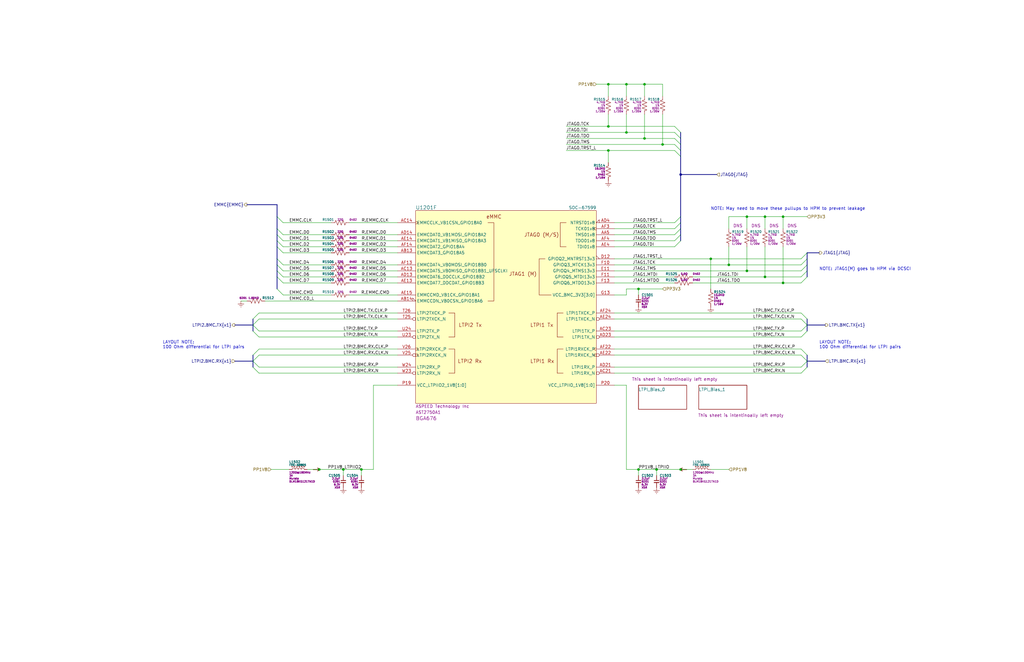
<source format=kicad_sch>
(kicad_sch (version 20231120) (generator "eeschema") (generator_version "8.0")
  (paper "B")
  (title_block (title "${PROJ}") (rev "${REV}") (company "${RPN}") (comment 1 "eMMC, JTAG, and LTPI"))
  (lib_symbols
    (symbol "Capacitors, ceramic, Murata:CCM-722AA" (pin_numbers hide) (pin_names (offset 0) hide)
      (property "Reference" "C" (at 1.27 2.54 0))
      (property "val" "2.2µF" (at 1.27 1.27 0))
      (property "pkg" "0201" (at 1.27 0 0))
      (property "volt" "6.3V" (at 1.27 -1.27 0))
      (property "type" "X5R" (at 1.27 -2.54 0))
      (symbol "CCM-722AA_1_1"
        (pin passive line (at 0 2.54 270) (length 2.032) (name "~") (number "1"))
        (pin passive line (at 0 -2.54 90) (length 2.032) (name "~") (number "2"))
      )
    )
    (symbol "Inductors:FRB-68805" (pin_numbers hide) (pin_names (offset 1.016) hide)
      (property "Reference" "L" (at -3.81 3.175 0))
      (property "Value" "FRB-68805" (at -3.81 1.905 0))
      (property "imp" "120Ω@100MHz" (at -3.81 -1.27 0))
      (property "mfr" "Murata" (at -3.81 -3.81 0))
      (property "mpn" "BLM18KG121TN1D" (at -3.81 -5.08 0))
      (property "Imax" "3A" (at -3.81 -2.54 0))
      (symbol "FRB-68805_1_1"
        (pin passive line (at -3.81 0 0) (length 1.27) (name "1") (number "1"))
        (pin passive line (at 3.81 0 180) (length 1.27) (name "2") (number "2"))
      )
    )
    (symbol "Power:GND" (power) (pin_names (offset 0)) (in_bom no) (on_board no)
      (symbol "GND_1_1"
        (pin power_in line (at 0 0 270) (length 0) hide (name "GND") (number "1"))
      )
    )
    (symbol "Power:PWR_FLAG" (power) (pin_numbers hide) (pin_names (offset 0) hide) (in_bom no) (on_board no)
      (symbol "PWR_FLAG_0_0"
        (pin power_out line (at 0 0 180) (length 0) (name "pwr") (number "1"))
      )
    )
    (symbol "Resistors:RES-0000B" (pin_numbers hide) (pin_names (offset 0) hide)
      (property "Reference" "R" (at 1.27 2.54 0))
      (property "val" "0.0Ω" (at 1.27 1.27 0))
      (property "tol" "<20mΩ" (at 1.27 0 0))
      (property "pkg" "0402" (at 1.27 -1.27 0))
      (property "pwr" "1.5A" (at 1.27 -2.54 0))
      (symbol "RES-0000B_1_1"
        (pin passive line (at 0 3.81 270) (length 1.27) (name "~") (number "1"))
        (pin passive line (at 0 -3.81 90) (length 1.27) (name "~") (number "2"))
      )
    )
    (symbol "Resistors:RES-2220B" (pin_numbers hide) (pin_names (offset 0) hide)
      (property "Reference" "R" (at 1.27 2.54 0))
      (property "val" "22Ω" (at 1.27 1.27 0))
      (property "tol" "1%" (at 1.27 0 0))
      (property "pkg" "0402" (at 1.27 -1.27 0))
      (property "pwr" "1/16W" (at 1.27 -2.54 0))
      (symbol "RES-2220B_1_1"
        (pin passive line (at 0 3.81 270) (length 1.27) (name "~") (number "1"))
        (pin passive line (at 0 -3.81 90) (length 1.27) (name "~") (number "2"))
      )
    )
    (symbol "Resistors:RES-4100A" (pin_numbers hide) (pin_names (offset 0) hide)
      (property "Reference" "R" (at 1.27 2.54 0))
      (property "val" "1.00KΩ" (at 1.27 1.27 0))
      (property "tol" "1%" (at 1.27 0 0))
      (property "pkg" "0201" (at 1.27 -1.27 0))
      (property "pwr" "1/20W" (at 1.27 -2.54 0))
      (symbol "RES-4100A_1_1"
        (pin passive line (at 0 3.81 270) (length 1.27) (name "~") (number "1"))
        (pin passive line (at 0 -3.81 90) (length 1.27) (name "~") (number "2"))
      )
    )
    (symbol "Resistors:RES-4470A" (pin_numbers hide) (pin_names (offset 0) hide)
      (property "Reference" "R" (at 1.27 2.54 0))
      (property "val" "4.7KΩ" (at 1.27 1.27 0))
      (property "tol" "1%" (at 1.27 0 0))
      (property "pkg" "0201" (at 1.27 -1.27 0))
      (property "pwr" "1/20W" (at 1.27 -2.54 0))
      (symbol "RES-4470A_1_1"
        (pin passive line (at 0 3.81 270) (length 1.27) (name "~") (number "1"))
        (pin passive line (at 0 -3.81 90) (length 1.27) (name "~") (number "2"))
      )
    )
    (symbol "Resistors:RES-5100B" (pin_numbers hide) (pin_names (offset 0) hide)
      (property "Reference" "R" (at 1.27 2.54 0))
      (property "val" "10.0KΩ" (at 1.27 1.27 0))
      (property "tol" "1%" (at 1.27 0 0))
      (property "pkg" "0402" (at 1.27 -1.27 0))
      (property "pwr" "1/16W" (at 1.27 -2.54 0))
      (symbol "RES-5100B_1_1"
        (pin passive line (at 0 3.81 270) (length 1.27) (name "~") (number "1"))
        (pin passive line (at 0 -3.81 90) (length 1.27) (name "~") (number "2"))
      )
    )
    (symbol "SoCs, non-Rivos:SOC-67599"
      (property "Reference" "U" (at -17.78 57.15 0))
      (property "Value" "SOC-67599" (at 17.78 57.15 0))
      (property "mfr" "ASPEED Technology Inc" (at -17.78 -58.42 0))
      (property "mpn" "AST2750A1" (at -17.78 -60.96 0))
      (property "pkg" "BGA676" (at -17.78 -63.5 0))
      (symbol "SOC-67599_1_1"
        (text "PCIe0" (at -8.89 22.86 0) (effects (font (size 1.524 1.524)) (justify left)))
        (text "PCIe1" (at 2.54 22.86 0) (effects (font (size 1.524 1.524)) (justify left)))
        (pin input line (at -27.94 20.32 0) (length 7.62) (name "PE0CK_P") (number "AA10"))
        (pin passive line (at -27.94 -20.32 0) (length 7.62) hide (name "VCC_PEG4_1V8[1:0]") (number "AA7"))
        (pin power_in line (at -27.94 -10.16 0) (length 7.62) (name "VCC_PEG4_0V8[1:0]") (number "AA8"))
        (pin input inverted_clock (at 27.94 17.78 180) (length 7.62) (name "PE1CK_N") (number "AA9"))
        (pin input inverted_clock (at -27.94 17.78 0) (length 7.62) (name "PE0CK_N") (number "AB10"))
        (pin passive line (at -27.94 -10.16 0) (length 7.62) hide (name "VCC_PEG4_0V8[1:0]") (number "AB8"))
        (pin input inverted (at 27.94 2.54 180) (length 7.62) (name "PE1RX_N") (number "AC7"))
        (pin output inverted (at 27.94 10.16 180) (length 7.62) (name "PE1TX_N") (number "AC9"))
        (pin input line (at 27.94 -10.16 180) (length 7.62) (name "PCIEREF") (number "AD11"))
        (pin input line (at 27.94 5.08 180) (length 7.62) (name "PE1RX_P") (number "AD7"))
        (pin output line (at 27.94 12.7 180) (length 7.62) (name "PE1TX_P") (number "AD9"))
        (pin output line (at -27.94 12.7 0) (length 7.62) (name "PE0TX_P") (number "AE10"))
        (pin bidirectional line (at 27.94 -2.54 180) (length 7.62) (name "PCIE1RSTN1v8") (number "AE3"))
        (pin input line (at -27.94 5.08 0) (length 7.62) (name "PE0RX_P") (number "AE8"))
        (pin output inverted (at -27.94 10.16 0) (length 7.62) (name "PE0TX_N") (number "AF10"))
        (pin bidirectional line (at -27.94 -2.54 0) (length 7.62) (name "PCIE0RSTN1v8") (number "AF2"))
        (pin input inverted (at -27.94 2.54 0) (length 7.62) (name "PE0RX_N") (number "AF8"))
        (pin power_in line (at -27.94 -20.32 0) (length 7.62) (name "VCC_PEG4_1V8[1:0]") (number "Y8"))
        (pin input line (at 27.94 20.32 180) (length 7.62) (name "PE1CK_P") (number "Y9"))
      )
      (symbol "SOC-67599_2_1"
        (text "DP HBR" (at 0 11.43 0) (effects (font (size 1.524 1.524))))
        (pin input line (at 27.94 -8.89 180) (length 7.62) (name "DPHPD1v8") (number "AA6"))
        (pin power_in line (at -27.94 -8.89 0) (length 7.62) (name "VCC_DP_VCC12A_1V2") (number "AB5"))
        (pin power_in line (at -27.94 1.27 0) (length 7.62) (name "VCC_DP_VCC18A_1V8") (number "AB6"))
        (pin bidirectional inverted (at -27.94 6.35 0) (length 7.62) (name "DPAUX_N") (number "AC5"))
        (pin bidirectional line (at -27.94 8.89 0) (length 7.62) (name "DPAUX_P") (number "AD5"))
        (pin output inverted (at 27.94 -1.27 180) (length 7.62) (name "DPMLTX1_N") (number "AE5"))
        (pin output inverted (at 27.94 6.35 180) (length 7.62) (name "DPMLTX0_N") (number "AE6"))
        (pin output line (at 27.94 1.27 180) (length 7.62) (name "DPMLTX1_P") (number "AF5"))
        (pin output line (at 27.94 8.89 180) (length 7.62) (name "DPMLTX0_P") (number "AF6"))
      )
      (symbol "SOC-67599_3_1"
        (text "DDR4/DDR5" (at 0 53.34 0) (effects (font (size 1.524 1.524))))
        (pin output line (at 25.4 43.18 180) (length 7.62) (name "DDR5CK_P") (number "AA1"))
        (pin output inverted_clock (at 25.4 40.64 180) (length 7.62) (name "DDR5CK_N") (number "AA2"))
        (pin bidirectional line (at 25.4 -5.08 180) (length 7.62) (name "DDR4CA10") (number "AA4"))
        (pin output inverted_clock (at 25.4 48.26 180) (length 7.62) (name "DDR4CK_N") (number "AB1"))
        (pin output line (at 25.4 50.8 180) (length 7.62) (name "DDR4CK_P") (number "AB2"))
        (pin bidirectional line (at 25.4 35.56 180) (length 7.62) (name "DDR4BA0") (number "AB3"))
        (pin bidirectional line (at 25.4 33.02 180) (length 7.62) (name "DDR4BA1") (number "AC1"))
        (pin output output_low (at 25.4 -22.86 180) (length 7.62) (name "DDR4CASN") (number "AC3"))
        (pin bidirectional line (at 25.4 -12.7 180) (length 7.62) (name "DDR4CA13") (number "AD1"))
        (pin output output_low (at 25.4 -27.94 180) (length 7.62) (name "DDR4RASN") (number "AD2"))
        (pin output output_low (at 25.4 -40.64 180) (length 7.62) (name "DDR4CSN") (number "AD3"))
        (pin output output_low (at 25.4 -25.4 180) (length 7.62) (name "DDR4WEN") (number "AE1"))
        (pin output line (at 25.4 -45.72 180) (length 7.62) (name "DDR_ODT") (number "AE2"))
        (pin bidirectional inverted (at -25.4 33.02 0) (length 7.62) (name "DDRDQS0_N") (number "G1"))
        (pin bidirectional line (at -25.4 35.56 0) (length 7.62) (name "DDRDQS0_P") (number "G2"))
        (pin bidirectional line (at -25.4 22.86 0) (length 7.62) (name "DDRDQ0") (number "G3"))
        (pin bidirectional line (at -25.4 15.24 0) (length 7.62) (name "DDRDQ3") (number "H3"))
        (pin bidirectional line (at -25.4 20.32 0) (length 7.62) (name "DDRDQ1") (number "H4"))
        (pin bidirectional line (at -25.4 7.62 0) (length 7.62) (name "DDRDQ6") (number "J1"))
        (pin output line (at -25.4 27.94 0) (length 7.62) (name "DDRDM0") (number "J2"))
        (pin bidirectional line (at -25.4 12.7 0) (length 7.62) (name "DDRDQ4") (number "J3"))
        (pin bidirectional line (at -25.4 17.78 0) (length 7.62) (name "DDRDQ2") (number "J4"))
        (pin bidirectional line (at -25.4 5.08 0) (length 7.62) (name "DDRDQ7") (number "K2"))
        (pin bidirectional line (at -25.4 10.16 0) (length 7.62) (name "DDRDQ5") (number "K3"))
        (pin bidirectional line (at -25.4 -12.7 0) (length 7.62) (name "DDRDQ8") (number "L3"))
        (pin bidirectional inverted (at -25.4 -2.54 0) (length 7.62) (name "DDRDQS1_N") (number "M1"))
        (pin bidirectional line (at -25.4 0 0) (length 7.62) (name "DDRDQS1_P") (number "M2"))
        (pin bidirectional line (at -25.4 -15.24 0) (length 7.62) (name "DDRDQ9") (number "M3"))
        (pin bidirectional line (at -25.4 -20.32 0) (length 7.62) (name "DDRDQ11") (number "M4"))
        (pin bidirectional line (at -25.4 -25.4 0) (length 7.62) (name "DDRDQ13") (number "N1"))
        (pin bidirectional line (at -25.4 -17.78 0) (length 7.62) (name "DDRDQ10") (number "N2"))
        (pin output line (at -25.4 -7.62 0) (length 7.62) (name "DDRDM1") (number "N3"))
        (pin bidirectional line (at -25.4 -30.48 0) (length 7.62) (name "DDRDQ15") (number "P1"))
        (pin bidirectional line (at -25.4 -27.94 0) (length 7.62) (name "DDRDQ14") (number "P3"))
        (pin bidirectional line (at -25.4 -22.86 0) (length 7.62) (name "DDRDQ12") (number "P4"))
        (pin bidirectional line (at 25.4 -17.78 180) (length 7.62) (name "DDR4CKE_DDR5CSN") (number "R2"))
        (pin output output_low (at 25.4 -38.1 180) (length 7.62) (name "DDR4ACTN_DDR5CA2") (number "R3"))
        (pin bidirectional line (at 25.4 25.4 180) (length 7.62) (name "DDR4BG1_DDR5CA1") (number "R4"))
        (pin bidirectional line (at 25.4 2.54 180) (length 7.62) (name "DDR4CA7_DDR5CA6") (number "T1"))
        (pin bidirectional line (at 25.4 27.94 180) (length 7.62) (name "DDR4BG0_DDR5CA0") (number "T2"))
        (pin open_collector line (at 25.4 -33.02 180) (length 7.62) (name "DDR_ALERTN") (number "T4"))
        (pin bidirectional line (at 25.4 -2.54 180) (length 7.62) (name "DDR4CA9_DDR5CA3") (number "U1"))
        (pin bidirectional line (at 25.4 -10.16 180) (length 7.62) (name "DDR4CA12_DDR5CA4") (number "U2"))
        (pin bidirectional line (at 25.4 -7.62 180) (length 7.62) (name "DDR4CA11_DDR5CA5") (number "U3"))
        (pin bidirectional line (at 25.4 5.08 180) (length 7.62) (name "DDR4CA6_DDR5CA8") (number "U4"))
        (pin bidirectional line (at 25.4 0 180) (length 7.62) (name "DDR4CA8_DDR5CA7") (number "V1"))
        (pin bidirectional line (at 25.4 10.16 180) (length 7.62) (name "DDR4CA4_DDR5CA10") (number "V3"))
        (pin bidirectional line (at 25.4 15.24 180) (length 7.62) (name "DDR4CA2_DDR5CA12") (number "V4"))
        (pin output line (at -25.4 -48.26 0) (length 7.62) (name "DDRATO") (number "V5"))
        (pin bidirectional line (at 25.4 12.7 180) (length 7.62) (name "DDR4CA3_DDR5CA11") (number "W1"))
        (pin bidirectional line (at 25.4 7.62 180) (length 7.62) (name "DDR4CA5_DDR5CA9") (number "W2"))
        (pin bidirectional line (at 25.4 20.32 180) (length 7.62) (name "DDR4CA0") (number "W3"))
        (pin input line (at 25.4 -50.8 180) (length 7.62) (name "DDR_ZN") (number "W4"))
        (pin bidirectional line (at 25.4 17.78 180) (length 7.62) (name "DDR4CA1_DDR5CA13") (number "Y1"))
        (pin output output_low (at 25.4 -35.56 180) (length 7.62) (name "DDRRESETN") (number "Y2"))
        (pin output line (at -25.4 -50.8 0) (length 7.62) (name "DDRDTO") (number "Y3"))
      )
      (symbol "SOC-67599_4_1"
        (text "UFS 2.1" (at 0 13.97 0) (effects (font (size 1.524 1.524))))
        (pin output line (at 27.94 11.43 180) (length 7.62) (name "UFSTX0_P") (number "A2"))
        (pin input line (at 27.94 -8.89 180) (length 7.62) (name "UFSRX1_P") (number "B1"))
        (pin output inverted (at 27.94 8.89 180) (length 7.62) (name "UFSTX0_N") (number "B2"))
        (pin input inverted (at 27.94 -11.43 180) (length 7.62) (name "UFSRX1_N") (number "C1"))
        (pin output line (at 27.94 6.35 180) (length 7.62) (name "UFSTX1_P") (number "C2"))
        (pin input line (at 27.94 -3.81 180) (length 7.62) (name "UFSRX0_P") (number "D1"))
        (pin output inverted (at 27.94 3.81 180) (length 7.62) (name "UFSTX1_N") (number "D2"))
        (pin input inverted (at 27.94 -6.35 180) (length 7.62) (name "UFSRX0_N") (number "E1"))
        (pin output clock (at -27.94 11.43 0) (length 7.62) (name "UFSREFCK1v2") (number "E2"))
        (pin output output_low (at -27.94 6.35 0) (length 7.62) (name "UFSRSTN1v2") (number "F2"))
        (pin power_in line (at -27.94 -11.43 0) (length 7.62) (name "VCC_UFS_0V8") (number "K7"))
        (pin power_in line (at -27.94 -1.27 0) (length 7.62) (name "VCC_UFS_1V8") (number "L8"))
      )
      (symbol "SOC-67599_5_1"
        (text "USB2C supports USB-to-UART\n(access to UART11 and UART12)" (at -5.08 16.51 0) (effects (font (size 1 1)) (justify left)))
        (text "USB3.1 Gen2" (at 0 39.37 0) (effects (font (size 1.524 1.524))))
        (pin output inverted (at -27.94 34.29 0) (length 7.62) (name "USB3ATX_N") (number "A3"))
        (pin bidirectional line (at 27.94 29.21 180) (length 7.62) (name "USB2B_P") (number "A4"))
        (pin input inverted (at -27.94 11.43 0) (length 7.62) (name "USB3BRX_N") (number "A5"))
        (pin output line (at -27.94 36.83 0) (length 7.62) (name "USB3ATX_P") (number "B3"))
        (pin bidirectional inverted (at 27.94 26.67 180) (length 7.62) (name "USB2B_N") (number "B4"))
        (pin input line (at -27.94 13.97 0) (length 7.62) (name "USB3BRX_P") (number "B5"))
        (pin bidirectional line (at 27.94 36.83 180) (length 7.62) (name "USB2A_P") (number "C3"))
        (pin input line (at -27.94 29.21 0) (length 7.62) (name "USB3ARX_P") (number "C5"))
        (pin bidirectional inverted (at 27.94 34.29 180) (length 7.62) (name "USB2A_N") (number "D3"))
        (pin input inverted (at -27.94 26.67 0) (length 7.62) (name "USB3ARX_N") (number "D5"))
        (pin input line (at 27.94 -31.75 180) (length 7.62) (name "USB2ATXRTUNE") (number "E3"))
        (pin input line (at -27.94 -31.75 0) (length 7.62) (name "USB3RESREF") (number "E4"))
        (pin output line (at -27.94 21.59 0) (length 7.62) (name "USB3BTX_P") (number "E6"))
        (pin input line (at 27.94 -36.83 180) (length 7.62) (name "USB2BTXRTUNE") (number "F5"))
        (pin output inverted (at -27.94 19.05 0) (length 7.62) (name "USB3BTX_N") (number "F6"))
        (pin power_in line (at 27.94 3.81 180) (length 7.62) (name "VCCA_USB2C_3V3") (number "G15"))
        (pin input clock (at -27.94 6.35 0) (length 7.62) (name "USB25CK_P") (number "G6"))
        (pin bidirectional line (at 27.94 21.59 180) (length 7.62) (name "USB2C_P") (number "H15"))
        (pin input inverted_clock (at -27.94 3.81 0) (length 7.62) (name "USB25CK_N") (number "H6"))
        (pin bidirectional inverted (at 27.94 19.05 180) (length 7.62) (name "USB2C_N") (number "J15"))
        (pin power_in line (at 27.94 6.35 180) (length 7.62) (name "VCC_USB2_3V3") (number "J7"))
        (pin power_in line (at -27.94 -8.89 0) (length 7.62) (name "VCC_USB3_1V8[1:0]") (number "K10"))
        (pin power_in line (at 27.94 -19.05 180) (length 7.62) (name "VCC_USB2_0V8") (number "K11"))
        (pin power_in line (at 27.94 1.27 180) (length 7.62) (name "VCCA_USB2D_3V3") (number "K14"))
        (pin bidirectional line (at 27.94 13.97 180) (length 7.62) (name "USB2D_P") (number "K15"))
        (pin power_in line (at -27.94 -19.05 0) (length 7.62) (name "VCC_USB3_0V8[1:0]") (number "K9"))
        (pin passive line (at -27.94 -8.89 0) (length 7.62) hide (name "VCC_USB3_1V8[1:0]") (number "L10"))
        (pin power_in line (at 27.94 -8.89 180) (length 7.62) (name "VCC_USB2_1V8") (number "L11"))
        (pin bidirectional inverted (at 27.94 11.43 180) (length 7.62) (name "USB2D_N") (number "L15"))
        (pin passive line (at -27.94 -19.05 0) (length 7.62) hide (name "VCC_USB3_0V8[1:0]") (number "L9"))
      )
      (symbol "SOC-67599_6_1"
        (text "eMMC" (at -5.08 36.83 0) (effects (font (size 1.524 1.524))))
        (text "JTAG0 (M/S)" (at 7.62 29.21 0) (effects (font (size 1.524 1.524)) (justify left)))
        (text "JTAG1 (M)" (at 1.27 12.7 0) (effects (font (size 1.524 1.524)) (justify left)))
        (text "LTPI1 Rx" (at 10.16 -24.13 0) (effects (font (size 1.524 1.524)) (justify left)))
        (text "LTPI1 Tx" (at 10.16 -8.89 0) (effects (font (size 1.524 1.524)) (justify left)))
        (text "LTPI2 Rx" (at -10.16 -24.13 0) (effects (font (size 1.524 1.524)) (justify right)))
        (text "LTPI2 Tx" (at -10.16 -8.89 0) (effects (font (size 1.524 1.524)) (justify right)))
        (pin input line (at 45.72 29.21 180) (length 7.62) (name "TMS01v8") (number "AA5"))
        (pin bidirectional line (at -45.72 21.59 0) (length 7.62) (name "EMMCDAT3_GPIO18A5") (number "AB13"))
        (pin input input_low (at -45.72 1.27 0) (length 7.62) (name "EMMCCDN_VB0CSN_GPIO18A6") (number "AB14"))
        (pin bidirectional line (at -45.72 13.97 0) (length 7.62) (name "EMMCDAT5_VB0MISO_GPIO18B1_UFSCLKI") (number "AC13"))
        (pin output clock (at -45.72 34.29 0) (length 7.62) (name "EMMCCLK_VB1CSN_GPIO18A0") (number "AC14"))
        (pin input inverted (at 45.72 -29.21 180) (length 7.62) (name "LTPI1RX_N") (number "AC21"))
        (pin output line (at 45.72 -11.43 180) (length 7.62) (name "LTPI1TX_P") (number "AC23"))
        (pin bidirectional line (at -45.72 11.43 0) (length 7.62) (name "EMMCDAT6_DDCCLK_GPIO18B2") (number "AD13"))
        (pin bidirectional line (at -45.72 29.21 0) (length 7.62) (name "EMMCDAT0_VB1MOSI_GPIO18A2") (number "AD14"))
        (pin input line (at 45.72 -26.67 180) (length 7.62) (name "LTPI1RX_P") (number "AD21"))
        (pin output inverted (at 45.72 -13.97 180) (length 7.62) (name "LTPI1TX_N") (number "AD23"))
        (pin input input_low (at 45.72 34.29 180) (length 7.62) (name "NTRST01v8") (number "AD4"))
        (pin bidirectional line (at -45.72 8.89 0) (length 7.62) (name "EMMCDAT7_DDCDAT_GPIO18B3") (number "AE13"))
        (pin bidirectional line (at -45.72 26.67 0) (length 7.62) (name "EMMCDAT1_VB1MISO_GPIO18A3") (number "AE14"))
        (pin bidirectional line (at -45.72 3.81 0) (length 7.62) (name "EMMCCMD_VB1CK_GPIO18A1") (number "AE15"))
        (pin input inverted_clock (at 45.72 -21.59 180) (length 7.62) (name "LTPI1RXCK_N") (number "AE22"))
        (pin output inverted (at 45.72 -6.35 180) (length 7.62) (name "LTPI1TXCK_N") (number "AE24"))
        (pin input line (at 45.72 24.13 180) (length 7.62) (name "TDI01v8") (number "AE4"))
        (pin bidirectional line (at -45.72 16.51 0) (length 7.62) (name "EMMCDAT4_VB0MOSI_GPIO18B0") (number "AF13"))
        (pin bidirectional line (at -45.72 24.13 0) (length 7.62) (name "EMMCDAT2_GPIO18A4") (number "AF14"))
        (pin input clock (at 45.72 -19.05 180) (length 7.62) (name "LTPI1RXCK_P") (number "AF22"))
        (pin output line (at 45.72 -3.81 180) (length 7.62) (name "LTPI1TXCK_P") (number "AF24"))
        (pin input clock (at 45.72 31.75 180) (length 7.62) (name "TCK01v8") (number "AF3"))
        (pin output line (at 45.72 26.67 180) (length 7.62) (name "TDO01v8") (number "AF4"))
        (pin output output_low (at 45.72 19.05 180) (length 7.62) (name "GPIOQ2_MNTRST13v3") (number "D12"))
        (pin output line (at 45.72 13.97 180) (length 7.62) (name "GPIOQ4_MTMS13v3") (number "E11"))
        (pin output line (at 45.72 16.51 180) (length 7.62) (name "GPIOQ3_MTCK13v3") (number "F10"))
        (pin output line (at 45.72 11.43 180) (length 7.62) (name "GPIOQ5_MTDI13v3") (number "F11"))
        (pin input line (at 45.72 8.89 180) (length 7.62) (name "GPIOQ6_MTDO13v3") (number "F13"))
        (pin power_in line (at 45.72 3.81 180) (length 7.62) (name "VCC_BMC_3V3[3:0]") (number "G13"))
        (pin power_in line (at -45.72 -34.29 0) (length 7.62) (name "VCC_LTPIIO2_1V8[1:0]") (number "P19"))
        (pin power_in line (at 45.72 -34.29 180) (length 7.62) (name "VCC_LTPIIO_1V8[1:0]") (number "P20"))
        (pin passive line (at 45.72 -34.29 180) (length 7.62) hide (name "VCC_LTPIIO_1V8[1:0]") (number "P21"))
        (pin passive line (at -45.72 -34.29 0) (length 7.62) hide (name "VCC_LTPIIO2_1V8[1:0]") (number "R20"))
        (pin output inverted (at -45.72 -6.35 0) (length 7.62) (name "LTPI2TXCK_N") (number "T25"))
        (pin output line (at -45.72 -3.81 0) (length 7.62) (name "LTPI2TXCK_P") (number "T26"))
        (pin output inverted (at -45.72 -13.97 0) (length 7.62) (name "LTPI2TX_N") (number "U23"))
        (pin output line (at -45.72 -11.43 0) (length 7.62) (name "LTPI2TX_P") (number "U24"))
        (pin input inverted_clock (at -45.72 -21.59 0) (length 7.62) (name "LTPI2RXCK_N") (number "V25"))
        (pin input clock (at -45.72 -19.05 0) (length 7.62) (name "LTPI2RXCK_P") (number "V26"))
        (pin input inverted (at -45.72 -29.21 0) (length 7.62) (name "LTPI2RX_N") (number "W23"))
        (pin input line (at -45.72 -26.67 0) (length 7.62) (name "LTPI2RX_P") (number "W24"))
      )
      (symbol "SOC-67599_7_1"
        (text "eSPI0/1" (at 0 13.97 0) (effects (font (size 1.524 1.524))))
        (pin input input_low (at -58.42 3.81 0) (length 7.62) (name "ESPI0CSN_L0FRAMEN_GPIOM5") (number "B13"))
        (pin bidirectional line (at -58.42 -6.35 0) (length 7.62) (name "ESPI0D3_L0AD3_GPIOM3") (number "B14"))
        (pin bidirectional line (at -58.42 -3.81 0) (length 7.62) (name "ESPI0D2_L0AD2_GPIOM2") (number "B15"))
        (pin bidirectional line (at -58.42 1.27 0) (length 7.62) (name "ESPI0D0_L0AD0_GPIOM0") (number "B16"))
        (pin open_collector line (at 58.42 6.35 180) (length 7.62) (name "ESPI1ALTN_L1SIRQN_SD0CMD_GPIOA2_SDA3_VPIVS") (number "C11"))
        (pin bidirectional line (at 58.42 -3.81 180) (length 7.62) (name "ESPI1D2_L1AD2_SD0DAT2_GPIOA6_SDA2") (number "C12"))
        (pin bidirectional line (at 58.42 -6.35 180) (length 7.62) (name "ESPI1D3_L1AD3_SD0DAT3_GPIOA7_SCL3") (number "C13"))
        (pin input input_low (at 58.42 8.89 180) (length 7.62) (name "ESPI1RSTN_LPC1RSTN_SD0CDN_GPIOA1_SCL1_VPIHS") (number "C14"))
        (pin input input_low (at -58.42 8.89 0) (length 7.62) (name "ESPI0RSTN_LPC0RSTN_GPIOM7") (number "C15"))
        (pin input clock (at 58.42 11.43 180) (length 7.62) (name "ESPI1CK_L1CLK_SD0CLK_GPIOA0_SCL0_VPICLK") (number "C16"))
        (pin input clock (at -58.42 11.43 0) (length 7.62) (name "ESPI0CK_L0CLK_OSCCLK_GPIOM4") (number "C17"))
        (pin bidirectional line (at 58.42 -1.27 180) (length 7.62) (name "ESPI1D1_L1AD1_SD0DAT1_GPIOA5_SCL2_VPIR1") (number "D10"))
        (pin bidirectional line (at -58.42 -1.27 0) (length 7.62) (name "ESPI0D1_L0AD1_GPIOM1") (number "D14"))
        (pin input input_low (at 58.42 3.81 180) (length 7.62) (name "ESPI1CSN_L1FRAMEN_SD0WPN_GPIOA3_SDA0_VPIDE") (number "D9"))
        (pin open_collector line (at -58.42 6.35 0) (length 7.62) (name "ESPI0ALTN_L0SIRQN_GPIOM6") (number "E14"))
        (pin bidirectional line (at 58.42 1.27 180) (length 7.62) (name "ESPI1D0_L1AD0_SD0DAT0_GPIOA4_SDA1_VPIR0") (number "F14"))
        (pin power_in line (at 58.42 -11.43 180) (length 7.62) (name "VCC_ESPI1_1V8_3V3") (number "G17"))
        (pin power_in line (at -58.42 -11.43 0) (length 7.62) (name "VCC_ESPI0_1V8_3V3") (number "G18"))
      )
      (symbol "SOC-67599_8_1"
        (text "AST27x0A1: BOOT_FROM_UART strap at pin W16\n0: Disable (int. pulldown)\n1: Enable (ext. pullup required)" (at -29.21 -17.78 0) (effects (font (size 1 1)) (justify left)))
        (text "AST27x0A1: HeartBeat LED function strap at pin AC16\n0: Enable (int. pulldown)\n1: Disable (ext. pullup required)" (at -36.83 12.7 0) (effects (font (size 1 1)) (justify left)))
        (text "AST27x0A1: LTPI CRC mode sel. strap at pin AA14\n0: CRC option 1 (int. pulldown)\n1: CRC option 2" (at -29.21 -11.43 0) (effects (font (size 1 1)) (justify left)))
        (text "Debug / Boot from UART" (at -6.35 -26.67 0) (effects (font (size 1.524 1.524)) (justify left)))
        (text "UART / GPIO" (at -1.27 33.02 0) (effects (font (size 1.524 1.524))))
        (pin bidirectional line (at -52.07 -7.62 0) (length 7.62) (name "GPIOF5_NRTS1") (number "AA14"))
        (pin bidirectional line (at -52.07 5.08 0) (length 7.62) (name "GPIOF0_NCTS1_SIOONCTRLN1_HPM1GPO0") (number "AA15"))
        (pin bidirectional line (at -52.07 27.94 0) (length 7.62) (name "GPIOE1_NDCD0_SIOPBIN1") (number "AA16"))
        (pin bidirectional line (at 52.07 20.32 180) (length 7.62) (name "GPIOG3_RXD3_WDTRST1N_PWM9_SDA12_SM1CLKI") (number "AA17"))
        (pin bidirectional line (at -52.07 2.54 0) (length 7.62) (name "GPIOF1_NDCD1_SIOPWRGD1_HPM1GPO1") (number "AB15"))
        (pin bidirectional line (at -52.07 17.78 0) (length 7.62) (name "GPIOE5_NRTS0_SIOPWREQN1") (number "AB16"))
        (pin output line (at 52.07 7.62 180) (length 7.62) (name "TXD5_GPIOG4_WDTRST2N_PWM10_SCL13_SM1MOSII") (number "AB17"))
        (pin bidirectional line (at 52.07 30.48 180) (length 7.62) (name "GPIOG0_TXD2") (number "AB18"))
        (pin bidirectional line (at -52.07 0 0) (length 7.62) (name "GPIOF2_NDSR1_SALT2") (number "AC15"))
        (pin output line (at -52.07 15.24 0) (length 7.62) (name "TXD0") (number "AC16"))
        (pin bidirectional line (at 52.07 0 180) (length 7.62) (name "GPIOG6_TXD6_PWM12_SALT0_SCL14_SM1IO2I") (number "AC17"))
        (pin bidirectional line (at 52.07 27.94 180) (length 7.62) (name "GPIOG1_RXD2_SCL12") (number "AC18"))
        (pin output line (at 52.07 15.24 180) (length 7.62) (name "TXD41v8") (number "AD12"))
        (pin bidirectional line (at -52.07 -2.54 0) (length 7.62) (name "GPIOF3_NRI1_SALT3") (number "AD15"))
        (pin input line (at 52.07 5.08 180) (length 7.62) (name "RXD5_GPIOG5_WDTRST3N_PWM11_SDA13_SM1MISOI") (number "AD16"))
        (pin bidirectional line (at 52.07 -2.54 180) (length 7.62) (name "GPIOG7_RXD6_PWM13_SALT1_SDA14_SM1IO3I") (number "AD17"))
        (pin input line (at 52.07 12.7 180) (length 7.62) (name "RXD41v8") (number "AE12"))
        (pin bidirectional line (at 52.07 -5.08 180) (length 7.62) (name "GPIOH0_TXD7_PWM14_SCL15_SM1CS0NO") (number "AE16"))
        (pin bidirectional line (at 52.07 -7.62 180) (length 7.62) (name "GPIOH1_RXD7_PWM15_SDA15_SM1MUXSEL") (number "AE17"))
        (pin input line (at -52.07 12.7 0) (length 7.62) (name "RXD0") (number "AF16"))
        (pin bidirectional line (at -52.07 30.48 0) (length 7.62) (name "GPIOE0_NCTS0_SIOPBON1") (number "AF17"))
        (pin output line (at 52.07 -22.86 180) (length 7.62) (name "BMCUART_TXD12") (number "D11"))
        (pin input line (at 52.07 -25.4 180) (length 7.62) (name "BMCUART_RXD12") (number "D13"))
        (pin power_in line (at 52.07 -30.48 180) (length 7.62) (name "VCC_BMC_3V3[3:0]") (number "G14"))
        (pin power_in line (at 52.07 -12.7 180) (length 7.62) (name "VCC_PG2_1V8_3V3[1:0]") (number "H16"))
        (pin bidirectional line (at -52.07 20.32 0) (length 7.62) (name "GPIOE4_NDTR0_SIOS5N1") (number "J13"))
        (pin passive line (at 52.07 -12.7 180) (length 7.62) hide (name "VCC_PG2_1V8_3V3[1:0]") (number "J16"))
        (pin bidirectional line (at 52.07 22.86 180) (length 7.62) (name "GPIOG2_TXD3_WDTRST0N_PWM8_SM1CS0NI") (number "K13"))
        (pin power_in line (at -52.07 -22.86 0) (length 7.62) (name "VCC_SYSUART_1V8_3V3[1:0]") (number "K16"))
        (pin passive line (at -52.07 -22.86 0) (length 7.62) hide (name "VCC_SYSUART_1V8_3V3[1:0]") (number "L16"))
        (pin bidirectional line (at -52.07 -12.7 0) (length 7.62) (name "GPIOF7_RXD1") (number "V16"))
        (pin bidirectional line (at -52.07 22.86 0) (length 7.62) (name "GPIOE3_NRI0_SIOS3N1") (number "V17"))
        (pin bidirectional line (at -52.07 -10.16 0) (length 7.62) (name "GPIOF6_TXD1") (number "W16"))
        (pin bidirectional line (at -52.07 -5.08 0) (length 7.62) (name "GPIOF4_NDTR1_HPM1GPO2") (number "Y15"))
        (pin bidirectional line (at -52.07 25.4 0) (length 7.62) (name "GPIOE2_NDSR0_SIOSCIN1") (number "Y16"))
      )
      (symbol "SOC-67599_9_1"
        (text "MISC" (at 0 11.43 0) (effects (font (size 1.524 1.524))))
        (text "PECI" (at -1.27 -3.81 0) (effects (font (size 1.524 1.524)) (justify left)))
        (pin input input_low (at -33.02 3.81 0) (length 7.62) (name "SRSTN1v8") (number "AB11"))
        (pin input input_low (at -33.02 1.27 0) (length 7.62) (name "EXTRSTN1v8") (number "AB12"))
        (pin output output_low (at -33.02 -6.35 0) (length 7.62) (name "RSTIND1v8") (number "AB4"))
        (pin input line (at 33.02 8.89 180) (length 7.62) (name "ENTEST1v8") (number "AC11"))
        (pin input clock (at -33.02 8.89 0) (length 7.62) (name "CLKIN1v8") (number "AC12"))
        (pin bidirectional line (at 33.02 -1.27 180) (length 7.62) (name "PECI") (number "AD24"))
        (pin input input_low (at -33.02 -1.27 0) (length 7.62) (name "SSPRSTN1v8") (number "AF12"))
        (pin input input_low (at -33.02 -8.89 0) (length 7.62) (name "TSTRSTN") (number "AF15"))
        (pin power_in line (at 33.02 -6.35 180) (length 7.62) (name "VCC_PECIVDD_1V0") (number "L23"))
        (pin input input_low (at 33.02 3.81 180) (length 7.62) (name "CHASIN") (number "V15"))
      )
      (symbol "SOC-67599_10_1"
        (text "GPIO / TACH / PWM" (at 0 22.86 0) (effects (font (size 1.524 1.524))))
        (text "SCMGPO[11:0] will drive output 0 during power on until uboot \nconfiguration, make sure no harm to the peripherals connected." (at -49.53 -19.05 0) (effects (font (size 1 1)) (justify left)))
        (pin bidirectional line (at -58.42 17.78 0) (length 7.62) (name "GPIOB1_TACH1_THRUOUT0_SCMGPO1_VPIR3") (number "AA25"))
        (pin bidirectional line (at -58.42 15.24 0) (length 7.62) (name "GPIOB2_TACH2_THRUIN1_SCMGPO2_VPIR4") (number "AB23"))
        (pin bidirectional line (at 58.42 20.32 180) (length 7.62) (name "GPIOC2_TACH10_SALT12_NCTS6_SCMGPO10_VPIG4") (number "AB26"))
        (pin bidirectional line (at -58.42 20.32 0) (length 7.62) (name "GPIOB0_TACH0_THRUIN0_SCMGPO0_VPIR2") (number "AC26"))
        (pin bidirectional line (at 58.42 -15.24 180) (length 7.62) (name "GPIOD7_PWM7_SIOPWRGD0_SM0MUXSEL_HPM0GPO3") (number "AD22"))
        (pin bidirectional line (at 58.42 0 180) (length 7.62) (name "GPIOD1_PWM1_SIOPBIN0_SM0CLKI_HPM0GPI1_VPIB3") (number "AD25"))
        (pin bidirectional line (at 58.42 17.78 180) (length 7.62) (name "GPIOC3_TACH11_SALT13_NDCD6_SCMGPO11_VPIG5") (number "AD26"))
        (pin bidirectional line (at 58.42 -10.16 180) (length 7.62) (name "GPIOD5_PWM5_SIOPWREQN0_SM0IO3I_HPM0GPO1_VPIB7") (number "AE21"))
        (pin bidirectional line (at 58.42 -12.7 180) (length 7.62) (name "GPIOD6_PWM6_SIOONCTRLN0_SM0CS0NO_HPM0GPO2") (number "AE23"))
        (pin bidirectional line (at 58.42 2.54 180) (length 7.62) (name "GPIOD0_PWM0_SIOPBON0_SM0CS0NI_HPM0GPI0_VPIB2") (number "AE25"))
        (pin bidirectional line (at 58.42 12.7 180) (length 7.62) (name "GPIOC5_TACH13_SALT15_NRI6_SCMGPI1_VPIG7") (number "AE26"))
        (pin bidirectional line (at 58.42 -5.08 180) (length 7.62) (name "GPIOD3_PWM3_SIOS3N0_SM0MISOI_HPM0GPI3_VPIB5") (number "AF20"))
        (pin bidirectional line (at 58.42 -7.62 180) (length 7.62) (name "GPIOD4_PWM4_SIOS5N0_SM0IO2I_HPM0GPO0_VPIB6") (number "AF21"))
        (pin bidirectional line (at 58.42 -2.54 180) (length 7.62) (name "GPIOD2_PWM2_SIOSCIN0_SM0MOSII_HPM0GPI2_VPIB4") (number "AF23"))
        (pin bidirectional line (at 58.42 7.62 180) (length 7.62) (name "GPIOC7_TACH15_NRTS6_SM0CS0NI_SCMGPI3_VPIB1") (number "AF25"))
        (pin bidirectional line (at 58.42 10.16 180) (length 7.62) (name "GPIOC6_TACH14_NDTR6_SCMGPI2_VPIB0") (number "AF26"))
        (pin power_in line (at 58.42 -20.32 180) (length 7.62) (name "VCC_PG1_1V8_3V3[1:0]") (number "L25"))
        (pin power_in line (at -58.42 -7.62 0) (length 7.62) (name "VCC_PG0_1V8_3V3") (number "M24"))
        (pin passive line (at 58.42 -20.32 180) (length 7.62) hide (name "VCC_PG1_1V8_3V3[1:0]") (number "M25"))
        (pin bidirectional line (at -58.42 2.54 0) (length 7.62) (name "GPIOB7_TACH7_NRI5_SCMGPO7_VPIG1") (number "N25"))
        (pin bidirectional line (at -58.42 7.62 0) (length 7.62) (name "GPIOB5_TACH5_NDCD5_SCMGPO5_VPIR7") (number "N26"))
        (pin bidirectional line (at -58.42 5.08 0) (length 7.62) (name "GPIOB6_TACH6_NDSR5_SCMGPO6_VPIG0") (number "P25"))
        (pin bidirectional line (at 58.42 15.24 180) (length 7.62) (name "GPIOC4_TACH12_SALT14_NDSR6_SCMGPI0_VPIG6") (number "P26"))
        (pin bidirectional line (at -58.42 12.7 0) (length 7.62) (name "GPIOB3_TACH3_THRUOUT1_SCMGPO3_VPIR5") (number "U22"))
        (pin bidirectional line (at -58.42 10.16 0) (length 7.62) (name "GPIOB4_TACH4_NCTS5_SCMGPO4_VPIR6") (number "V21"))
        (pin bidirectional line (at -58.42 0 0) (length 7.62) (name "GPIOC0_TACH8_NDTR5_SCMGPO8_VPIG2") (number "V23"))
        (pin bidirectional line (at -58.42 -2.54 0) (length 7.62) (name "GPIOC1_TACH9_NRTS5_SCMGPO9_VPIG3") (number "W22"))
      )
      (symbol "SOC-67599_11_1"
        (text "FSI/I3CLV1" (at -15.24 -25.4 0) (effects (font (size 1.524 1.524)) (justify left)))
        (text "I3CHV0" (at 7.62 26.67 0) (effects (font (size 1.524 1.524)) (justify left)))
        (text "I3CHV1" (at -15.24 26.67 0) (effects (font (size 1.524 1.524)) (justify left)))
        (text "I3CLV1" (at -15.24 -5.08 0) (effects (font (size 1.524 1.524)) (justify left)))
        (pin bidirectional line (at -55.88 -2.54 0) (length 7.62) (name "GPIOJ3_I3CSDA5") (number "AA20"))
        (pin bidirectional line (at -55.88 -20.32 0) (length 7.62) (name "GPIOK2_I3CSCL9_FSI1CLK") (number "AA21"))
        (pin bidirectional line (at -55.88 -5.08 0) (length 7.62) (name "GPIOJ4_I3CSCL6") (number "AA22"))
        (pin bidirectional line (at -55.88 27.94 0) (length 7.62) (name "GPIOI4_HVI3C14SCL_SCL14") (number "AA23"))
        (pin bidirectional line (at 55.88 30.48 180) (length 7.62) (name "GPIOL3_HVI3CSDA1_SDA9") (number "AA24"))
        (pin bidirectional line (at 55.88 25.4 180) (length 7.62) (name "GPIOL5_HVI3CSDA2_SDA10") (number "AA26"))
        (pin bidirectional line (at -55.88 -7.62 0) (length 7.62) (name "GPIOJ5_I3CSDA6") (number "AB20"))
        (pin bidirectional line (at -55.88 -22.86 0) (length 7.62) (name "GPIOK3_I3CSDA9_FSI1DATA") (number "AB21"))
        (pin bidirectional line (at -55.88 22.86 0) (length 7.62) (name "GPIOI6_HVI3C15SCL_SCL15") (number "AB22"))
        (pin bidirectional line (at -55.88 -25.4 0) (length 7.62) (name "GPIOK4_I3CSCL10_FSI2CLK") (number "AC19"))
        (pin bidirectional line (at -55.88 -17.78 0) (length 7.62) (name "GPIOK1_I3CSDA8_FSI0DATA") (number "AC20"))
        (pin bidirectional line (at -55.88 25.4 0) (length 7.62) (name "GPIOI5_HVI3C14SDA_SDA14") (number "AC22"))
        (pin bidirectional line (at -55.88 -33.02 0) (length 7.62) (name "GPIOK7_I3CSDA11_FSI3DATA") (number "AD18"))
        (pin bidirectional line (at -55.88 -30.48 0) (length 7.62) (name "GPIOK6_I3CSCL11_FSI3CLK") (number "AD19"))
        (pin bidirectional line (at -55.88 -15.24 0) (length 7.62) (name "GPIOK0_I3CSCL8_FSI0CLK") (number "AD20"))
        (pin bidirectional line (at -55.88 -27.94 0) (length 7.62) (name "GPIOK5_I3CSDA10_FSI2DATA") (number "AE18"))
        (pin bidirectional line (at -55.88 -12.7 0) (length 7.62) (name "GPIOJ7_I3CSDA7") (number "AE19"))
        (pin bidirectional line (at -55.88 5.08 0) (length 7.62) (name "GPIOJ0_I3CSCL4") (number "AE20"))
        (pin bidirectional line (at -55.88 -10.16 0) (length 7.62) (name "GPIOJ6_I3CSCL7") (number "AF18"))
        (pin bidirectional line (at -55.88 2.54 0) (length 7.62) (name "GPIOJ1_I3CSDA4") (number "AF19"))
        (pin power_in line (at -55.88 -38.1 0) (length 7.62) (name "VCC_I3CVDDL1_1V0[2:0]") (number "N24"))
        (pin power_in line (at 55.88 15.24 180) (length 7.62) (name "VCC_I3CVDDH0_1V8_3V3[1:0]") (number "P22"))
        (pin passive line (at 55.88 15.24 180) (length 7.62) hide (name "VCC_I3CVDDH0_1V8_3V3[1:0]") (number "P23"))
        (pin passive line (at -55.88 -38.1 0) (length 7.62) hide (name "VCC_I3CVDDL1_1V0[2:0]") (number "P24"))
        (pin passive line (at -55.88 -38.1 0) (length 7.62) hide (name "VCC_I3CVDDL1_1V0[2:0]") (number "R24"))
        (pin bidirectional line (at 55.88 27.94 180) (length 7.62) (name "GPIOL4_HVI3CSCL2_SCL10") (number "R25"))
        (pin bidirectional line (at 55.88 22.86 180) (length 7.62) (name "GPIOL6_HVI3CSCL3_SCL11") (number "R26"))
        (pin power_in line (at -55.88 15.24 0) (length 7.62) (name "VCC_I3CVDDH1_1V8_3V3[1:0]") (number "T21"))
        (pin passive line (at -55.88 15.24 0) (length 7.62) hide (name "VCC_I3CVDDH1_1V8_3V3[1:0]") (number "T22"))
        (pin bidirectional line (at 55.88 38.1 180) (length 7.62) (name "GPIOL0_HVI3CSCL0_SCL8") (number "U25"))
        (pin bidirectional line (at 55.88 35.56 180) (length 7.62) (name "GPIOL1_HVI3CSDA0_SDA8") (number "U26"))
        (pin bidirectional line (at -55.88 30.48 0) (length 7.62) (name "GPIOI3_HVI3C13SDA_SDA13") (number "W21"))
        (pin bidirectional line (at -55.88 38.1 0) (length 7.62) (name "GPIOI0_HVI3C12SCL_SCL12") (number "W25"))
        (pin bidirectional line (at -55.88 20.32 0) (length 7.62) (name "GPIOI7_HVI3C15SDA_SDA15") (number "Y21"))
        (pin bidirectional line (at -55.88 0 0) (length 7.62) (name "GPIOJ2_I3CSCL5") (number "Y22"))
        (pin bidirectional line (at -55.88 35.56 0) (length 7.62) (name "GPIOI1_HVI3C12SDA_SDA12") (number "Y23"))
        (pin bidirectional line (at -55.88 33.02 0) (length 7.62) (name "GPIOI2_HVI3C13SCL_SCL13") (number "Y24"))
        (pin bidirectional line (at 55.88 20.32 180) (length 7.62) (name "GPIOL7_HVI3CSDA3_SDA11") (number "Y25"))
        (pin bidirectional line (at 55.88 33.02 180) (length 7.62) (name "GPIOL2_HVI3CSCL1_SCL9") (number "Y26"))
      )
      (symbol "SOC-67599_12_1"
        (text "FWSPI" (at -17.78 34.29 0) (effects (font (size 1.524 1.524))))
        (text "SPI0 - SOC0" (at -15.24 -3.81 0) (effects (font (size 1.524 1.524))))
        (text "SPI1 - SOC1" (at 11.43 34.29 0) (effects (font (size 1.524 1.524))))
        (text "SPI2 - HPM FPGA" (at 2.54 -26.67 0) (effects (font (size 1.524 1.524))))
        (pin output output_low (at -48.26 8.89 0) (length 7.62) (name "FWSPICS2N") (number "A12"))
        (pin output output_low (at -48.26 11.43 0) (length 7.62) (name "FWSPICS1N") (number "A13"))
        (pin input line (at -48.26 16.51 0) (length 7.62) (name "GPIOP7_FWSPIABR") (number "A14"))
        (pin bidirectional line (at -48.26 19.05 0) (length 7.62) (name "FWSPIDQ3_GPIOU7") (number "A15"))
        (pin input line (at -48.26 24.13 0) (length 7.62) (name "FWSPIMISO") (number "A16"))
        (pin output line (at -48.26 26.67 0) (length 7.62) (name "FWSPIMOSI") (number "A17"))
        (pin input line (at 48.26 11.43 180) (length 7.62) (name "GPIOO7_SPI1WPN_THRUOUT2") (number "A18"))
        (pin input line (at 48.26 13.97 180) (length 7.62) (name "GPIOO6_SPI1ABR_THRUIN2") (number "A19"))
        (pin output output_low (at 48.26 16.51 180) (length 7.62) (name "SPI1CS0") (number "A20"))
        (pin bidirectional line (at 48.26 19.05 180) (length 7.62) (name "GPIOO5_SPI1CS1_RXD11") (number "A21"))
        (pin bidirectional line (at 48.26 -11.43 180) (length 7.62) (name "GPIOP3_SPI2MISO") (number "A22"))
        (pin bidirectional line (at 48.26 -8.89 180) (length 7.62) (name "GPIOP2_SPI2MOSI") (number "A23"))
        (pin bidirectional line (at 48.26 26.67 180) (length 7.62) (name "SPI1MISO_TXD10") (number "A24"))
        (pin bidirectional line (at 48.26 29.21 180) (length 7.62) (name "SPI1MOSI_RXD9") (number "A25"))
        (pin bidirectional line (at 48.26 -19.05 180) (length 7.62) (name "GPIOP6_SPI2CS1N_HPM1GPO3") (number "A26"))
        (pin bidirectional line (at -48.26 -16.51 0) (length 7.62) (name "GPION4_SPI0DQ3") (number "B18"))
        (pin input line (at -48.26 -26.67 0) (length 7.62) (name "GPION7_SPI0WPN_RXD8") (number "B19"))
        (pin output output_low (at -48.26 -21.59 0) (length 7.62) (name "SPI0CS0_SPI0CS0") (number "B20"))
        (pin bidirectional line (at -48.26 -19.05 0) (length 7.62) (name "GPION5_SPI0CS1") (number "B21"))
        (pin bidirectional line (at -48.26 -11.43 0) (length 7.62) (name "SPI0MISO_GPION2") (number "B22"))
        (pin bidirectional line (at -48.26 -8.89 0) (length 7.62) (name "SPI0MOSI_GPION1") (number "B23"))
        (pin bidirectional line (at 48.26 24.13 180) (length 7.62) (name "GPIOO3_SPI1DQ2_RXD10") (number "B24"))
        (pin bidirectional line (at 48.26 -13.97 180) (length 7.62) (name "GPIOP4_SPI2DQ2_THRUIN3") (number "B25"))
        (pin output clock (at 48.26 31.75 180) (length 7.62) (name "SPI1CK_TXD9") (number "B26"))
        (pin bidirectional line (at -48.26 -13.97 0) (length 7.62) (name "GPION3_SPI0DQ2") (number "C23"))
        (pin output clock (at -48.26 29.21 0) (length 7.62) (name "FWSPICK") (number "C24"))
        (pin output output_low (at -48.26 31.75 0) (length 7.62) (name "FWSPICS0N") (number "C25"))
        (pin bidirectional line (at 48.26 -6.35 180) (length 7.62) (name "GPIOP1_SPI2CK") (number "C26"))
        (pin output clock (at -48.26 -6.35 0) (length 7.62) (name "SPI0CK") (number "D24"))
        (pin bidirectional line (at 48.26 -3.81 180) (length 7.62) (name "GPIOP0_SPI2CS0N") (number "D26"))
        (pin power_in line (at -48.26 -31.75 0) (length 7.62) (name "VCC_SPI0_1V8_3V3[1:0]") (number "E22"))
        (pin passive line (at -48.26 -31.75 0) (length 7.62) hide (name "VCC_SPI0_1V8_3V3[1:0]") (number "E23"))
        (pin power_in line (at 48.26 6.35 180) (length 7.62) (name "VCC_SPI1_1V8_3V3[1:0]") (number "E24"))
        (pin bidirectional line (at 48.26 21.59 180) (length 7.62) (name "GPIOO4_SPI1DQ3_TXD11") (number "E26"))
        (pin passive line (at 48.26 6.35 180) (length 7.62) hide (name "VCC_SPI1_1V8_3V3[1:0]") (number "F24"))
        (pin bidirectional line (at 48.26 -16.51 180) (length 7.62) (name "GPIOP5_SPI2DQ3_THRUOUT3") (number "F26"))
        (pin power_in line (at -48.26 3.81 0) (length 7.62) (name "VCC_FWSPI_3V3[1:0]") (number "G21"))
        (pin passive line (at -48.26 3.81 0) (length 7.62) hide (name "VCC_FWSPI_3V3[1:0]") (number "G22"))
        (pin power_in line (at 48.26 -24.13 180) (length 7.62) (name "VCC_SPI2_1V8_3V3[1:0]") (number "G23"))
        (pin passive line (at 48.26 -24.13 180) (length 7.62) hide (name "VCC_SPI2_1V8_3V3[1:0]") (number "H23"))
        (pin input line (at -48.26 -24.13 0) (length 7.62) (name "GPION6_SPI0ABR_TXD8") (number "M15"))
        (pin bidirectional line (at -48.26 21.59 0) (length 7.62) (name "FWSPIDQ2_GPIOU6") (number "M16"))
        (pin input line (at -48.26 13.97 0) (length 7.62) (name "GPIOQ7_FWSPIWPN") (number "N15"))
      )
      (symbol "SOC-67599_13_1"
        (text "AST27x0A1: LTPI driving strength \nDS0/DS1 strap at pin C18/N13\nrequire ext. pulls to set LVDS driving strengh" (at 1.27 17.78 0) (effects (font (size 1 1)) (justify left)))
        (text "MAC0" (at -16.51 6.35 0) (effects (font (size 1.524 1.524))))
        (text "MAC1" (at 1.27 6.35 0) (effects (font (size 1.524 1.524))))
        (text "PCIE2SGMII" (at 15.24 -15.24 0) (effects (font (size 1.524 1.524))))
        (text "PCIE2SGMII-MDIO" (at 8.89 -48.26 0) (effects (font (size 1.524 1.524))))
        (pin bidirectional line (at -58.42 31.75 0) (length 7.62) (name "GPIOR7_RGMII0TXCTL_RMII0TXEN") (number "A6"))
        (pin bidirectional line (at -58.42 41.91 0) (length 7.62) (name "GPIOR4_RGMII0RXD2_RMII0CRSDV") (number "A7"))
        (pin bidirectional line (at -58.42 46.99 0) (length 7.62) (name "GPIOR2_RGMII0RXD0_RMII0RXD0") (number "A8"))
        (pin bidirectional line (at 58.42 41.91 180) (length 7.62) (name "GPIOT4_RGMII1RXD2_RMII1CRSDV_SGPM1LD") (number "B10"))
        (pin bidirectional line (at 58.42 49.53 180) (length 7.62) (name "GPIOT1_RGMII1RXCTL_SGPSLD") (number "B11"))
        (pin bidirectional line (at 58.42 44.45 180) (length 7.62) (name "GPIOT3_RGMII1RXD1_RMII1RXD1_RXD3") (number "B12"))
        (pin bidirectional line (at -58.42 29.21 0) (length 7.62) (name "GPIOS0_RGMII0TXD0_RMII0TXD0") (number "B6"))
        (pin bidirectional line (at -58.42 24.13 0) (length 7.62) (name "GPIOS2_RGMII0TXD2") (number "B7"))
        (pin bidirectional line (at -58.42 21.59 0) (length 7.62) (name "GPIOS3_RGMII0TXD3") (number "B8"))
        (pin bidirectional clock (at -58.42 16.51 0) (length 7.62) (name "GPIOS4_MDC0") (number "B9"))
        (pin bidirectional line (at 58.42 13.97 180) (length 7.62) (name "GPIOU5_MDIO1") (number "C10"))
        (pin bidirectional clock (at 58.42 34.29 180) (length 7.62) (name "GPIOT6_RGMII1TXCK_RMII1RCLKO_SGPSCK") (number "C18"))
        (pin bidirectional line (at -58.42 49.53 0) (length 7.62) (name "GPIOR1_RGMII0RXCTL") (number "C19"))
        (pin bidirectional clock (at -58.42 52.07 0) (length 7.62) (name "GPIOR0_RGMII0RXCK_RMII0RCLKI") (number "C20"))
        (pin bidirectional line (at 58.42 31.75 180) (length 7.62) (name "GPIOT7_RGMII1TXCTL_RMII1TXEN") (number "C6"))
        (pin bidirectional line (at 58.42 29.21 180) (length 7.62) (name "GPIOU0_RGMII1TXD0_RMII1TXD0_SGPM1O") (number "C7"))
        (pin bidirectional line (at 58.42 21.59 180) (length 7.62) (name "GPIOU3_RGMII1TXD3_SGPSMI") (number "C8"))
        (pin bidirectional clock (at 58.42 16.51 180) (length 7.62) (name "GPIOU4_MDC1") (number "C9"))
        (pin bidirectional line (at 58.42 46.99 180) (length 7.62) (name "GPIOT2_RGMII1RXD0_RMII1RXD0_TXD3") (number "D15"))
        (pin bidirectional clock (at 58.42 52.07 180) (length 7.62) (name "GPIOT0_RGMII1RXCK_RMII1RCLKI_SGPM1CK") (number "D19"))
        (pin bidirectional clock (at -58.42 34.29 0) (length 7.62) (name "GPIOR6_RGMII0TXCK_RMII0RCLKO") (number "D20"))
        (pin bidirectional line (at 58.42 26.67 180) (length 7.62) (name "GPIOU1_RGMII1TXD1_RMII1TXD1_SGPM1I") (number "D7"))
        (pin bidirectional line (at 58.42 -44.45 180) (length 7.62) (name "GPIOQ0_MDIO2_PE2SGRSTN") (number "E10"))
        (pin bidirectional line (at 58.42 -46.99 180) (length 7.62) (name "GPIOQ1_MDC2") (number "E13"))
        (pin power_in line (at 58.42 8.89 180) (length 7.62) (name "VCC_RVDD1_1V8_3V3[2:0]") (number "E15"))
        (pin passive line (at 58.42 8.89 180) (length 7.62) hide (name "VCC_RVDD1_1V8_3V3[2:0]") (number "E16"))
        (pin passive line (at 58.42 8.89 180) (length 7.62) hide (name "VCC_RVDD1_1V8_3V3[2:0]") (number "E17"))
        (pin power_in line (at -58.42 8.89 0) (length 7.62) (name "VCC_RVDD0_1V8_3V3[2:0]") (number "E18"))
        (pin passive line (at -58.42 8.89 0) (length 7.62) hide (name "VCC_RVDD0_1V8_3V3[2:0]") (number "E19"))
        (pin passive line (at -58.42 8.89 0) (length 7.62) hide (name "VCC_RVDD0_1V8_3V3[2:0]") (number "E20"))
        (pin power_in line (at 58.42 -34.29 180) (length 7.62) (name "VCC_PESGA_IOCORE[1:0]") (number "G24"))
        (pin input line (at 58.42 -19.05 180) (length 7.62) (name "PE2SGRESREF") (number "G26"))
        (pin power_in line (at 58.42 -52.07 180) (length 7.62) (name "VCC_BMC_3V3[3:0]") (number "H13"))
        (pin passive line (at 58.42 -34.29 180) (length 7.62) hide (name "VCC_PESGA_IOCORE[1:0]") (number "H24"))
        (pin output inverted (at 58.42 -8.89 180) (length 7.62) (name "PE2SGTX_P") (number "H25"))
        (pin output line (at 58.42 -6.35 180) (length 7.62) (name "PE2SGTX_N") (number "H26"))
        (pin power_in line (at 58.42 -24.13 180) (length 7.62) (name "VCC_PESGH_3V3") (number "J23"))
        (pin input clock (at 58.42 -1.27 180) (length 7.62) (name "PE2SGCK_P") (number "J25"))
        (pin input inverted_clock (at 58.42 -3.81 180) (length 7.62) (name "PE2SGCK_N") (number "J26"))
        (pin input inverted (at 58.42 -13.97 180) (length 7.62) (name "PE2SGRX_N") (number "K25"))
        (pin input line (at 58.42 -11.43 180) (length 7.62) (name "PE2SGRX_P") (number "K26"))
        (pin bidirectional line (at -58.42 13.97 0) (length 7.62) (name "GPIOS5_MDIO0") (number "M14"))
        (pin bidirectional line (at 58.42 24.13 180) (length 7.62) (name "GPIOU2_RGMII1TXD2_SGPSMO") (number "N13"))
        (pin bidirectional line (at -58.42 26.67 0) (length 7.62) (name "GPIOS1_RGMII0TXD1_RMII0TXD1") (number "N14"))
        (pin bidirectional line (at 58.42 39.37 180) (length 7.62) (name "GPIOT5_RGMII1RXD3_RMII1RXER") (number "P13"))
        (pin bidirectional line (at -58.42 39.37 0) (length 7.62) (name "GPIOR5_RGMII0RXD3_RMII0RXER") (number "P14"))
        (pin bidirectional line (at -58.42 44.45 0) (length 7.62) (name "GPIOR3_RGMII0RXD1_RMII0RXD1") (number "R14"))
      )
      (symbol "SOC-67599_14_1"
        (text "By default, SMB[5:0] are internally allocated to LTPI,\ncan be configured back onto BMC local pinout." (at -38.1 0 0) (effects (font (size 1 1)) (justify left)))
        (text "SMB 0/1/2" (at 0 33.02 0) (effects (font (size 1.524 1.524))))
        (pin bidirectional line (at -50.8 -17.78 0) (length 7.62) (name "GPIOW5_SDA6_I2CF2SDAI") (number "D8"))
        (pin bidirectional line (at 50.8 25.4 180) (length 7.62) (name "GPIOX1_SDA8_I2CF0SDAI") (number "E12"))
        (pin bidirectional line (at -50.8 -20.32 0) (length 7.62) (name "GPIOW6_SCL7_I2CF2SCLO") (number "E8"))
        (pin bidirectional line (at -50.8 -5.08 0) (length 7.62) (name "GPIOW0_SCL4_I2CF1SCLI") (number "E9"))
        (pin bidirectional line (at 50.8 27.94 180) (length 7.62) (name "GPIOX0_SCL8_I2CF0SCLI") (number "F12"))
        (pin power_in line (at -50.8 -27.94 0) (length 7.62) (name "VCC_SMBG1_1V8_3V3") (number "F16"))
        (pin bidirectional line (at -50.8 -15.24 0) (length 7.62) (name "GPIOW4_SCL6_I2CF2SCLI") (number "F7"))
        (pin bidirectional line (at -50.8 -10.16 0) (length 7.62) (name "GPIOW2_SCL5_I2CF1SCLO") (number "F8"))
        (pin bidirectional line (at -50.8 -7.62 0) (length 7.62) (name "GPIOW1_SDA4_I2CF1SDAI") (number "F9"))
        (pin bidirectional line (at 50.8 12.7 180) (length 7.62) (name "GPIOX6_SCL11") (number "G10"))
        (pin bidirectional line (at -50.8 27.94 0) (length 7.62) (name "GPIOV0_SCL0_LTPIPSSCL0") (number "G11"))
        (pin bidirectional line (at 50.8 20.32 180) (length 7.62) (name "GPIOX3_SDA9_CAMBUSSTBY_I2CF0SDAO") (number "G7"))
        (pin bidirectional line (at 50.8 17.78 180) (length 7.62) (name "GPIOX4_SCL10_CAMBUSTX") (number "G8"))
        (pin bidirectional line (at 50.8 15.24 180) (length 7.62) (name "GPIOX5_SDA10_CAMBUSRX") (number "G9"))
        (pin bidirectional line (at -50.8 17.78 0) (length 7.62) (name "GPIOV4_SCL2_LTPIPSSCL2") (number "H10"))
        (pin bidirectional line (at -50.8 15.24 0) (length 7.62) (name "GPIOV5_SDA2_LTPIPSSDA2") (number "H11"))
        (pin power_in line (at 50.8 5.08 180) (length 7.62) (name "VCC_BMC_3V3[3:0]") (number "H14"))
        (pin bidirectional line (at -50.8 25.4 0) (length 7.62) (name "GPIOV1_SDA0_LTPIPSSDA0") (number "H7"))
        (pin bidirectional line (at -50.8 22.86 0) (length 7.62) (name "GPIOV2_SCL1_LTPIPSSCL1") (number "H8"))
        (pin bidirectional line (at -50.8 20.32 0) (length 7.62) (name "GPIOV3_SDA1_LTPIPSSDA1") (number "H9"))
        (pin bidirectional line (at -50.8 10.16 0) (length 7.62) (name "GPIOV7_SDA3_LTPIPSSDA3") (number "J10"))
        (pin bidirectional line (at 50.8 22.86 180) (length 7.62) (name "GPIOX2_SCL9_I2CF0SCLO") (number "J12"))
        (pin power_in line (at -50.8 5.08 0) (length 7.62) (name "VCC_SMBG0_1V8_3V3") (number "J14"))
        (pin bidirectional line (at -50.8 12.7 0) (length 7.62) (name "GPIOV6_SCL3_LTPIPSSCL3") (number "J9"))
        (pin bidirectional line (at 50.8 10.16 180) (length 7.62) (name "GPIOX7_SDA11") (number "K12"))
        (pin bidirectional line (at -50.8 -22.86 0) (length 7.62) (name "GPIOW7_SDA7_I2CF2SDAO") (number "L12"))
        (pin bidirectional line (at -50.8 -12.7 0) (length 7.62) (name "GPIOW3_SDA5_I2CF1SDAO") (number "M13"))
      )
      (symbol "SOC-67599_15_1"
        (text "VGA" (at 0 17.78 0) (effects (font (size 1.524 1.524))))
        (pin output line (at -22.86 -7.62 0) (length 7.62) (name "DACG") (number "A10"))
        (pin output line (at -22.86 -10.16 0) (length 7.62) (name "DACB") (number "A11"))
        (pin output line (at -22.86 -5.08 0) (length 7.62) (name "DACR") (number "A9"))
        (pin input line (at -22.86 -15.24 0) (length 7.62) (name "DACRSET") (number "B17"))
        (pin power_in line (at -22.86 15.24 0) (length 7.62) (name "VCC_DACA_3V3") (number "C22"))
        (pin power_in line (at -22.86 5.08 0) (length 7.62) (name "VCC_DACD_3V3") (number "E21"))
        (pin output line (at 22.86 12.7 180) (length 7.62) (name "VGAVS_GPIOS7") (number "E7"))
        (pin output line (at 22.86 15.24 180) (length 7.62) (name "VGAHS_GPIOS6") (number "J11"))
      )
      (symbol "SOC-67599_16_1"
        (text "ADC" (at 0 25.4 0) (effects (font (size 1.524 1.524))))
        (text "ADCREXT0/1:\n50kΩ pull-down even \nif ADCs are unused" (at 3.81 7.62 0) (effects (font (size 1 1)) (justify left)))
        (pin input line (at 30.48 17.78 180) (length 7.62) (name "ADCREXT0") (number "AA11"))
        (pin input line (at -30.48 5.08 0) (length 7.62) (name "ADC7_GPIY7_SALT11") (number "AA12"))
        (pin input line (at -30.48 10.16 0) (length 7.62) (name "ADC5_GPIY5_SALT9") (number "AA13"))
        (pin input line (at -30.48 12.7 0) (length 7.62) (name "ADC4_GPIY4_SALT8") (number "AA18"))
        (pin input line (at 30.48 -5.08 180) (length 7.62) (name "ADCREXT1") (number "AA19"))
        (pin input line (at -30.48 -17.78 0) (length 7.62) (name "ADC15_GPIZ7") (number "AB19"))
        (pin power_in line (at -30.48 -22.86 0) (length 7.62) (name "VCC_ADCAV33_3V3[2:0]") (number "T18"))
        (pin passive line (at -30.48 -22.86 0) (length 7.62) hide (name "VCC_ADCAV33_3V3[2:0]") (number "T19"))
        (pin passive line (at -30.48 -22.86 0) (length 7.62) hide (name "VCC_ADCAV33_3V3[2:0]") (number "T20"))
        (pin input line (at -30.48 -7.62 0) (length 7.62) (name "ADC11_GPIZ3") (number "V14"))
        (pin input line (at -30.48 20.32 0) (length 7.62) (name "ADC1_GPIY1_SALT5") (number "V18"))
        (pin input line (at -30.48 -10.16 0) (length 7.62) (name "ADC12_GPIZ4") (number "V19"))
        (pin input line (at -30.48 -2.54 0) (length 7.62) (name "ADC9_GPIZ1") (number "V20"))
        (pin input line (at -30.48 -12.7 0) (length 7.62) (name "ADC13_GPIZ5_AUXPWRGOOD0") (number "W14"))
        (pin input line (at 30.48 -7.62 180) (length 7.62) (name "ADCVREFEXT1") (number "W15"))
        (pin input line (at -30.48 22.86 0) (length 7.62) (name "ADC0_GPIY0_SALT4") (number "W17"))
        (pin input line (at -30.48 17.78 0) (length 7.62) (name "ADC2_GPIY2_SALT6") (number "W18"))
        (pin input line (at 30.48 -2.54 180) (length 7.62) (name "ADCVREFN1") (number "W19"))
        (pin input line (at -30.48 0 0) (length 7.62) (name "ADC8_GPIZ0") (number "W20"))
        (pin input line (at -30.48 -5.08 0) (length 7.62) (name "ADC10_GPIZ2") (number "Y11"))
        (pin input line (at 30.48 22.86 180) (length 7.62) (name "ADCVREFP0") (number "Y12"))
        (pin input line (at 30.48 20.32 180) (length 7.62) (name "ADCVREFN0") (number "Y13"))
        (pin input line (at 30.48 15.24 180) (length 7.62) (name "ADCVREFEXT0") (number "Y14"))
        (pin input line (at -30.48 15.24 0) (length 7.62) (name "ADC3_GPIY3_SALT7") (number "Y17"))
        (pin input line (at -30.48 7.62 0) (length 7.62) (name "ADC6_GPIY6_SALT10") (number "Y18"))
        (pin input line (at 30.48 0 180) (length 7.62) (name "ADCVREFP1") (number "Y19"))
        (pin input line (at -30.48 -15.24 0) (length 7.62) (name "ADC14_GPIZ6_AUXPWRGOOD1") (number "Y20"))
      )
      (symbol "SOC-67599_17_1"
        (text "SGPIO-M0/M1" (at 0 10.16 0) (effects (font (size 1.524 1.524))))
        (pin bidirectional line (at 66.04 0 180) (length 7.62) (name "GPIOH2_SGPM1O_WDTRST7N_PESGWAKEN_SFF8485I0_HPM1GPI2") (number "AB24"))
        (pin bidirectional line (at 66.04 5.08 180) (length 7.62) (name "GPIOAA6_SGPM1LD_WDTRST5N_NRTS2_SFF8485LD_HPM1GPI0") (number "AB25"))
        (pin bidirectional line (at 66.04 2.54 180) (length 7.62) (name "GPIOAA7_SGPM1LDR_WDTRST6N_MACLINK1_HPM1GPI1") (number "AC24"))
        (pin bidirectional line (at 66.04 7.62 180) (length 7.62) (name "GPIOAA5_SGPM1CK_WDTRST4N_NDTR2_SFF8485CK") (number "AC25"))
        (pin power_in line (at 66.04 -7.62 180) (length 7.62) (name "VCC_SGPM1_1V8_3V3") (number "K23"))
        (pin power_in line (at -66.04 -7.62 0) (length 7.62) (name "VCC_SGPM0_1V8_3V3") (number "M23"))
        (pin bidirectional line (at -66.04 -2.54 0) (length 7.62) (name "GPIOAA4_SGPM0I_SFF8485I1A_NRI2") (number "T23"))
        (pin bidirectional line (at -66.04 5.08 0) (length 7.62) (name "GPIOAA1_SGPM0LD_SFF8485LDA_NDCD2_MACLINK2") (number "T24"))
        (pin bidirectional line (at -66.04 7.62 0) (length 7.62) (name "GPIOAA0_SGPM0CK_SFF8485CKA_NCTS2_MACLINK0") (number "U21"))
        (pin bidirectional line (at -66.04 0 0) (length 7.62) (name "GPIOAA3_SGPM0O_SFF8485I0A_NDSR2") (number "V22"))
        (pin bidirectional line (at -66.04 2.54 0) (length 7.62) (name "GPIOAA2_HBLEDN_SGPM0LDR") (number "V24"))
        (pin bidirectional line (at 66.04 -2.54 180) (length 7.62) (name "GPIOH3_SGPM1I_SFF8485I1_HPM1GPI3") (number "W26"))
      )
      (symbol "SOC-67599_18_1"
        (text "Power" (at 0 48.26 0) (effects (font (size 1.524 1.524))))
        (pin passive line (at -35.56 -35.56 0) (length 7.62) hide (name "GND[133:0]") (number "A1"))
        (pin passive line (at -35.56 -35.56 0) (length 7.62) hide (name "GND[133:0]") (number "AA3"))
        (pin passive line (at -35.56 -35.56 0) (length 7.62) hide (name "GND[133:0]") (number "AB7"))
        (pin passive line (at -35.56 -35.56 0) (length 7.62) hide (name "GND[133:0]") (number "AB9"))
        (pin passive line (at -35.56 -35.56 0) (length 7.62) hide (name "GND[133:0]") (number "AC10"))
        (pin passive line (at -35.56 -35.56 0) (length 7.62) hide (name "GND[133:0]") (number "AC2"))
        (pin passive line (at -35.56 -35.56 0) (length 7.62) hide (name "GND[133:0]") (number "AC4"))
        (pin passive line (at -35.56 -35.56 0) (length 7.62) hide (name "GND[133:0]") (number "AC6"))
        (pin passive line (at -35.56 -35.56 0) (length 7.62) hide (name "GND[133:0]") (number "AC8"))
        (pin passive line (at -35.56 -35.56 0) (length 7.62) hide (name "GND[133:0]") (number "AD10"))
        (pin passive line (at -35.56 -35.56 0) (length 7.62) hide (name "GND[133:0]") (number "AD6"))
        (pin passive line (at -35.56 -35.56 0) (length 7.62) hide (name "GND[133:0]") (number "AD8"))
        (pin passive line (at -35.56 -35.56 0) (length 7.62) hide (name "GND[133:0]") (number "AE11"))
        (pin passive line (at -35.56 -35.56 0) (length 7.62) hide (name "GND[133:0]") (number "AE7"))
        (pin passive line (at -35.56 -35.56 0) (length 7.62) hide (name "GND[133:0]") (number "AE9"))
        (pin passive line (at -35.56 -35.56 0) (length 7.62) hide (name "GND[133:0]") (number "AF1"))
        (pin passive line (at -35.56 -35.56 0) (length 7.62) hide (name "GND[133:0]") (number "AF11"))
        (pin passive line (at -35.56 -35.56 0) (length 7.62) hide (name "GND[133:0]") (number "AF7"))
        (pin passive line (at -35.56 -35.56 0) (length 7.62) hide (name "GND[133:0]") (number "AF9"))
        (pin passive line (at -35.56 -35.56 0) (length 7.62) hide (name "GND[133:0]") (number "C21"))
        (pin passive line (at -35.56 -35.56 0) (length 7.62) hide (name "GND[133:0]") (number "C4"))
        (pin passive line (at -35.56 -35.56 0) (length 7.62) hide (name "GND[133:0]") (number "D16"))
        (pin passive line (at -35.56 -35.56 0) (length 7.62) hide (name "GND[133:0]") (number "D17"))
        (pin passive line (at -35.56 -35.56 0) (length 7.62) hide (name "GND[133:0]") (number "D18"))
        (pin passive line (at -35.56 -35.56 0) (length 7.62) hide (name "GND[133:0]") (number "D21"))
        (pin passive line (at -35.56 -35.56 0) (length 7.62) hide (name "GND[133:0]") (number "D22"))
        (pin passive line (at -35.56 -35.56 0) (length 7.62) hide (name "GND[133:0]") (number "D23"))
        (pin passive line (at -35.56 -35.56 0) (length 7.62) hide (name "GND[133:0]") (number "D25"))
        (pin passive line (at -35.56 -35.56 0) (length 7.62) hide (name "GND[133:0]") (number "D4"))
        (pin passive line (at -35.56 -35.56 0) (length 7.62) hide (name "GND[133:0]") (number "D6"))
        (pin passive line (at -35.56 -35.56 0) (length 7.62) hide (name "GND[133:0]") (number "E25"))
        (pin passive line (at -35.56 -35.56 0) (length 7.62) hide (name "GND[133:0]") (number "E5"))
        (pin passive line (at -35.56 -35.56 0) (length 7.62) hide (name "GND[133:0]") (number "F1"))
        (pin passive line (at -35.56 -35.56 0) (length 7.62) hide (name "GND[133:0]") (number "F15"))
        (pin passive line (at -35.56 -35.56 0) (length 7.62) hide (name "GND[133:0]") (number "F17"))
        (pin passive line (at -35.56 -35.56 0) (length 7.62) hide (name "GND[133:0]") (number "F18"))
        (pin passive line (at -35.56 -35.56 0) (length 7.62) hide (name "GND[133:0]") (number "F19"))
        (pin passive line (at -35.56 -35.56 0) (length 7.62) hide (name "GND[133:0]") (number "F20"))
        (pin passive line (at -35.56 -35.56 0) (length 7.62) hide (name "GND[133:0]") (number "F21"))
        (pin passive line (at -35.56 -35.56 0) (length 7.62) hide (name "GND[133:0]") (number "F22"))
        (pin passive line (at -35.56 -35.56 0) (length 7.62) hide (name "GND[133:0]") (number "F23"))
        (pin passive line (at -35.56 -35.56 0) (length 7.62) hide (name "GND[133:0]") (number "F25"))
        (pin passive line (at -35.56 -35.56 0) (length 7.62) hide (name "GND[133:0]") (number "F3"))
        (pin passive line (at -35.56 -35.56 0) (length 7.62) hide (name "GND[133:0]") (number "F4"))
        (pin passive line (at -35.56 -35.56 0) (length 7.62) hide (name "GND[133:0]") (number "G12"))
        (pin passive line (at -35.56 -35.56 0) (length 7.62) hide (name "GND[133:0]") (number "G16"))
        (pin passive line (at -35.56 -35.56 0) (length 7.62) hide (name "GND[133:0]") (number "G19"))
        (pin passive line (at -35.56 -35.56 0) (length 7.62) hide (name "GND[133:0]") (number "G20"))
        (pin passive line (at -35.56 -35.56 0) (length 7.62) hide (name "GND[133:0]") (number "G25"))
        (pin passive line (at -35.56 -35.56 0) (length 7.62) hide (name "GND[133:0]") (number "G4"))
        (pin passive line (at -35.56 -35.56 0) (length 7.62) hide (name "GND[133:0]") (number "G5"))
        (pin passive line (at -35.56 -35.56 0) (length 7.62) hide (name "GND[133:0]") (number "H1"))
        (pin passive line (at -35.56 -35.56 0) (length 7.62) hide (name "GND[133:0]") (number "H12"))
        (pin passive line (at -35.56 -35.56 0) (length 7.62) hide (name "GND[133:0]") (number "H17"))
        (pin passive line (at -35.56 -35.56 0) (length 7.62) hide (name "GND[133:0]") (number "H18"))
        (pin power_in line (at 35.56 -35.56 180) (length 7.62) (name "VCC_BMC_1V1[17:0]") (number "H19"))
        (pin passive line (at -35.56 -35.56 0) (length 7.62) hide (name "GND[133:0]") (number "H2"))
        (pin passive line (at 35.56 -35.56 180) (length 7.62) hide (name "VCC_BMC_1V1[17:0]") (number "H20"))
        (pin passive line (at -35.56 -35.56 0) (length 7.62) hide (name "GND[133:0]") (number "H21"))
        (pin passive line (at -35.56 -35.56 0) (length 7.62) hide (name "GND[133:0]") (number "H22"))
        (pin passive line (at -35.56 -35.56 0) (length 7.62) hide (name "GND[133:0]") (number "H5"))
        (pin passive line (at -35.56 -35.56 0) (length 7.62) hide (name "GND[133:0]") (number "J17"))
        (pin passive line (at 35.56 -35.56 180) (length 7.62) hide (name "VCC_BMC_1V1[17:0]") (number "J18"))
        (pin passive line (at 35.56 -35.56 180) (length 7.62) hide (name "VCC_BMC_1V1[17:0]") (number "J19"))
        (pin passive line (at 35.56 -35.56 180) (length 7.62) hide (name "VCC_BMC_1V1[17:0]") (number "J20"))
        (pin passive line (at 35.56 -35.56 180) (length 7.62) hide (name "VCC_BMC_1V1[17:0]") (number "J21"))
        (pin passive line (at -35.56 -35.56 0) (length 7.62) hide (name "GND[133:0]") (number "J22"))
        (pin passive line (at -35.56 -35.56 0) (length 7.62) hide (name "GND[133:0]") (number "J24"))
        (pin passive line (at -35.56 -35.56 0) (length 7.62) hide (name "GND[133:0]") (number "J5"))
        (pin passive line (at -35.56 -35.56 0) (length 7.62) hide (name "GND[133:0]") (number "J6"))
        (pin power_in line (at -35.56 -45.72 0) (length 7.62) (name "VCC_CPUEFUSE_1V8") (number "J8"))
        (pin passive line (at -35.56 -35.56 0) (length 7.62) hide (name "GND[133:0]") (number "K1"))
        (pin passive line (at -35.56 -35.56 0) (length 7.62) hide (name "GND[133:0]") (number "K17"))
        (pin passive line (at 35.56 -35.56 180) (length 7.62) hide (name "VCC_BMC_1V1[17:0]") (number "K18"))
        (pin passive line (at 35.56 -35.56 180) (length 7.62) hide (name "VCC_BMC_1V1[17:0]") (number "K19"))
        (pin passive line (at 35.56 -35.56 180) (length 7.62) hide (name "VCC_BMC_1V1[17:0]") (number "K20"))
        (pin passive line (at 35.56 -35.56 180) (length 7.62) hide (name "VCC_BMC_1V1[17:0]") (number "K21"))
        (pin passive line (at -35.56 -35.56 0) (length 7.62) hide (name "GND[133:0]") (number "K22"))
        (pin passive line (at -35.56 -35.56 0) (length 7.62) hide (name "GND[133:0]") (number "K24"))
        (pin passive line (at -35.56 -35.56 0) (length 7.62) hide (name "GND[133:0]") (number "K4"))
        (pin power_in line (at 35.56 -15.24 180) (length 7.62) (name "VCC_DDR_VDD_0V8[8:0]") (number "K5"))
        (pin passive line (at 35.56 -15.24 180) (length 7.62) hide (name "VCC_DDR_VDD_0V8[8:0]") (number "K6"))
        (pin passive line (at -35.56 -35.56 0) (length 7.62) hide (name "GND[133:0]") (number "K8"))
        (pin passive line (at -35.56 -35.56 0) (length 7.62) hide (name "GND[133:0]") (number "L1"))
        (pin passive line (at -35.56 -35.56 0) (length 7.62) hide (name "GND[133:0]") (number "L13"))
        (pin power_in line (at -35.56 -40.64 0) (length 7.62) (name "VCC_IOEFUSE_2V5") (number "L14"))
        (pin passive line (at -35.56 -35.56 0) (length 7.62) hide (name "GND[133:0]") (number "L17"))
        (pin passive line (at 35.56 -35.56 180) (length 7.62) hide (name "VCC_BMC_1V1[17:0]") (number "L18"))
        (pin passive line (at 35.56 -35.56 180) (length 7.62) hide (name "VCC_BMC_1V1[17:0]") (number "L19"))
        (pin passive line (at -35.56 -35.56 0) (length 7.62) hide (name "GND[133:0]") (number "L2"))
        (pin passive line (at 35.56 -35.56 180) (length 7.62) hide (name "VCC_BMC_1V1[17:0]") (number "L20"))
        (pin passive line (at 35.56 -35.56 180) (length 7.62) hide (name "VCC_BMC_1V1[17:0]") (number "L21"))
        (pin power_in line (at -35.56 -35.56 0) (length 7.62) (name "GND[133:0]") (number "L22"))
        (pin passive line (at -35.56 -35.56 0) (length 7.62) hide (name "GND[133:0]") (number "L24"))
        (pin passive line (at -35.56 -35.56 0) (length 7.62) hide (name "GND[133:0]") (number "L26"))
        (pin passive line (at -35.56 -35.56 0) (length 7.62) hide (name "GND[133:0]") (number "L4"))
        (pin passive line (at -35.56 -35.56 0) (length 7.62) hide (name "GND[133:0]") (number "L5"))
        (pin passive line (at 35.56 -15.24 180) (length 7.62) hide (name "VCC_DDR_VDD_0V8[8:0]") (number "L6"))
        (pin passive line (at 35.56 -15.24 180) (length 7.62) hide (name "VCC_DDR_VDD_0V8[8:0]") (number "L7"))
        (pin passive line (at -35.56 -35.56 0) (length 7.62) hide (name "GND[133:0]") (number "M10"))
        (pin passive line (at -35.56 -35.56 0) (length 7.62) hide (name "GND[133:0]") (number "M11"))
        (pin passive line (at -35.56 -35.56 0) (length 7.62) hide (name "GND[133:0]") (number "M12"))
        (pin passive line (at -35.56 -35.56 0) (length 7.62) hide (name "GND[133:0]") (number "M17"))
        (pin passive line (at 35.56 -35.56 180) (length 7.62) hide (name "VCC_BMC_1V1[17:0]") (number "M18"))
        (pin passive line (at 35.56 -35.56 180) (length 7.62) hide (name "VCC_BMC_1V1[17:0]") (number "M19"))
        (pin passive line (at 35.56 -35.56 180) (length 7.62) hide (name "VCC_BMC_1V1[17:0]") (number "M20"))
        (pin passive line (at 35.56 -35.56 180) (length 7.62) hide (name "VCC_BMC_1V1[17:0]") (number "M21"))
        (pin passive line (at -35.56 -35.56 0) (length 7.62) hide (name "GND[133:0]") (number "M22"))
        (pin power_in line (at -35.56 -25.4 0) (length 7.62) (name "VCC_OTPVCC") (number "M26"))
        (pin passive line (at -35.56 -35.56 0) (length 7.62) hide (name "GND[133:0]") (number "M5"))
        (pin power_in line (at 35.56 -5.08 180) (length 7.62) (name "VCC_DDR_VDDQ[7:0]") (number "M6"))
        (pin passive line (at 35.56 -15.24 180) (length 7.62) hide (name "VCC_DDR_VDD_0V8[8:0]") (number "M7"))
        (pin passive line (at -35.56 -35.56 0) (length 7.62) hide (name "GND[133:0]") (number "M8"))
        (pin passive line (at -35.56 -35.56 0) (length 7.62) hide (name "GND[133:0]") (number "M9"))
        (pin passive line (at 35.56 -25.4 180) (length 7.62) hide (name "VCC_BMC_0V8[18:0]") (number "N10"))
        (pin passive line (at 35.56 -25.4 180) (length 7.62) hide (name "VCC_BMC_0V8[18:0]") (number "N11"))
        (pin passive line (at -35.56 -35.56 0) (length 7.62) hide (name "GND[133:0]") (number "N12"))
        (pin power_in line (at -35.56 35.56 0) (length 7.62) (name "VCC_IOSLI_1V2[2:0]") (number "N16"))
        (pin passive line (at -35.56 -35.56 0) (length 7.62) hide (name "GND[133:0]") (number "N17"))
        (pin passive line (at -35.56 -35.56 0) (length 7.62) hide (name "GND[133:0]") (number "N18"))
        (pin passive line (at -35.56 -35.56 0) (length 7.62) hide (name "GND[133:0]") (number "N19"))
        (pin passive line (at -35.56 -35.56 0) (length 7.62) hide (name "GND[133:0]") (number "N20"))
        (pin passive line (at -35.56 -35.56 0) (length 7.62) hide (name "GND[133:0]") (number "N21"))
        (pin passive line (at -35.56 -35.56 0) (length 7.62) hide (name "GND[133:0]") (number "N22"))
        (pin passive line (at -35.56 -35.56 0) (length 7.62) hide (name "GND[133:0]") (number "N23"))
        (pin passive line (at -35.56 -35.56 0) (length 7.62) hide (name "GND[133:0]") (number "N4"))
        (pin passive line (at -35.56 -35.56 0) (length 7.62) hide (name "GND[133:0]") (number "N5"))
        (pin passive line (at 35.56 -5.08 180) (length 7.62) hide (name "VCC_DDR_VDDQ[7:0]") (number "N6"))
        (pin passive line (at 35.56 -15.24 180) (length 7.62) hide (name "VCC_DDR_VDD_0V8[8:0]") (number "N7"))
        (pin passive line (at -35.56 -35.56 0) (length 7.62) hide (name "GND[133:0]") (number "N8"))
        (pin power_in line (at 35.56 -25.4 180) (length 7.62) (name "VCC_BMC_0V8[18:0]") (number "N9"))
        (pin passive line (at 35.56 -25.4 180) (length 7.62) hide (name "VCC_BMC_0V8[18:0]") (number "P10"))
        (pin passive line (at 35.56 -25.4 180) (length 7.62) hide (name "VCC_BMC_0V8[18:0]") (number "P11"))
        (pin power_in line (at -35.56 45.72 0) (length 7.62) (name "VCC_CPUSLI_1V2[1:0]") (number "P12"))
        (pin passive line (at -35.56 -35.56 0) (length 7.62) hide (name "GND[133:0]") (number "P15"))
        (pin passive line (at -35.56 35.56 0) (length 7.62) hide (name "VCC_IOSLI_1V2[2:0]") (number "P16"))
        (pin passive line (at -35.56 25.4 0) (length 7.62) hide (name "VCC_BMC_1V8[6:0]") (number "P17"))
        (pin passive line (at -35.56 25.4 0) (length 7.62) hide (name "VCC_BMC_1V8[6:0]") (number "P18"))
        (pin passive line (at -35.56 -35.56 0) (length 7.62) hide (name "GND[133:0]") (number "P2"))
        (pin passive line (at -35.56 -35.56 0) (length 7.62) hide (name "GND[133:0]") (number "P5"))
        (pin passive line (at 35.56 -5.08 180) (length 7.62) hide (name "VCC_DDR_VDDQ[7:0]") (number "P6"))
        (pin passive line (at 35.56 -15.24 180) (length 7.62) hide (name "VCC_DDR_VDD_0V8[8:0]") (number "P7"))
        (pin passive line (at -35.56 -35.56 0) (length 7.62) hide (name "GND[133:0]") (number "P8"))
        (pin passive line (at 35.56 -25.4 180) (length 7.62) hide (name "VCC_BMC_0V8[18:0]") (number "P9"))
        (pin passive line (at -35.56 -35.56 0) (length 7.62) hide (name "GND[133:0]") (number "R1"))
        (pin passive line (at 35.56 -25.4 180) (length 7.62) hide (name "VCC_BMC_0V8[18:0]") (number "R10"))
        (pin passive line (at 35.56 -25.4 180) (length 7.62) hide (name "VCC_BMC_0V8[18:0]") (number "R11"))
        (pin passive line (at -35.56 45.72 0) (length 7.62) hide (name "VCC_CPUSLI_1V2[1:0]") (number "R12"))
        (pin passive line (at -35.56 -35.56 0) (length 7.62) hide (name "GND[133:0]") (number "R13"))
        (pin passive line (at -35.56 -35.56 0) (length 7.62) hide (name "GND[133:0]") (number "R15"))
        (pin passive line (at -35.56 35.56 0) (length 7.62) hide (name "VCC_IOSLI_1V2[2:0]") (number "R16"))
        (pin passive line (at -35.56 25.4 0) (length 7.62) hide (name "VCC_BMC_1V8[6:0]") (number "R17"))
        (pin passive line (at -35.56 -35.56 0) (length 7.62) hide (name "GND[133:0]") (number "R18"))
        (pin power_in line (at 35.56 45.72 180) (length 7.62) (name "VCC_BAT") (number "R19"))
        (pin power_in line (at 35.56 43.18 180) (length 7.62) (name "VCC_BAT2") (number "R21"))
        (pin passive line (at -35.56 -35.56 0) (length 7.62) hide (name "GND[133:0]") (number "R22"))
        (pin passive line (at -35.56 -35.56 0) (length 7.62) hide (name "GND[133:0]") (number "R23"))
        (pin passive line (at -35.56 -35.56 0) (length 7.62) hide (name "GND[133:0]") (number "R5"))
        (pin passive line (at 35.56 -5.08 180) (length 7.62) hide (name "VCC_DDR_VDDQ[7:0]") (number "R6"))
        (pin passive line (at 35.56 -15.24 180) (length 7.62) hide (name "VCC_DDR_VDD_0V8[8:0]") (number "R7"))
        (pin passive line (at -35.56 -35.56 0) (length 7.62) hide (name "GND[133:0]") (number "R8"))
        (pin passive line (at 35.56 -25.4 180) (length 7.62) hide (name "VCC_BMC_0V8[18:0]") (number "R9"))
        (pin passive line (at 35.56 -25.4 180) (length 7.62) hide (name "VCC_BMC_0V8[18:0]") (number "T10"))
        (pin passive line (at 35.56 -25.4 180) (length 7.62) hide (name "VCC_BMC_0V8[18:0]") (number "T11"))
        (pin passive line (at -35.56 -35.56 0) (length 7.62) hide (name "GND[133:0]") (number "T12"))
        (pin power_in line (at -35.56 25.4 0) (length 7.62) (name "VCC_BMC_1V8[6:0]") (number "T13"))
        (pin passive line (at -35.56 -35.56 0) (length 7.62) hide (name "GND[133:0]") (number "T14"))
        (pin power_in line (at 35.56 25.4 180) (length 7.62) (name "VCC_DPLL_IOCORE") (number "T15"))
        (pin power_in line (at 35.56 15.24 180) (length 7.62) (name "VCC_APLL_IOCORE") (number "T16"))
        (pin power_in line (at 35.56 35.56 180) (length 7.62) (name "VCC_HPLL_IOCORE") (number "T17"))
        (pin passive line (at -35.56 -35.56 0) (length 7.62) hide (name "GND[133:0]") (number "T3"))
        (pin passive line (at -35.56 -35.56 0) (length 7.62) hide (name "GND[133:0]") (number "T5"))
        (pin passive line (at 35.56 -5.08 180) (length 7.62) hide (name "VCC_DDR_VDDQ[7:0]") (number "T6"))
        (pin passive line (at 35.56 -15.24 180) (length 7.62) hide (name "VCC_DDR_VDD_0V8[8:0]") (number "T7"))
        (pin passive line (at -35.56 -35.56 0) (length 7.62) hide (name "GND[133:0]") (number "T8"))
        (pin passive line (at 35.56 -25.4 180) (length 7.62) hide (name "VCC_BMC_0V8[18:0]") (number "T9"))
        (pin passive line (at 35.56 -25.4 180) (length 7.62) hide (name "VCC_BMC_0V8[18:0]") (number "U10"))
        (pin passive line (at 35.56 -25.4 180) (length 7.62) hide (name "VCC_BMC_0V8[18:0]") (number "U11"))
        (pin passive line (at -35.56 -35.56 0) (length 7.62) hide (name "GND[133:0]") (number "U12"))
        (pin passive line (at -35.56 25.4 0) (length 7.62) hide (name "VCC_BMC_1V8[6:0]") (number "U13"))
        (pin passive line (at -35.56 -35.56 0) (length 7.62) hide (name "GND[133:0]") (number "U14"))
        (pin passive line (at -35.56 -35.56 0) (length 7.62) hide (name "GND[133:0]") (number "U15"))
        (pin passive line (at -35.56 -35.56 0) (length 7.62) hide (name "GND[133:0]") (number "U16"))
        (pin power_in line (at 35.56 -40.64 180) (length 7.62) (name "VCC_LPLL1_1V1") (number "U17"))
        (pin power_in line (at 35.56 -45.72 180) (length 7.62) (name "VCC_LPLL2_1V1") (number "U18"))
        (pin passive line (at -35.56 -35.56 0) (length 7.62) hide (name "GND[133:0]") (number "U19"))
        (pin passive line (at -35.56 -35.56 0) (length 7.62) hide (name "GND[133:0]") (number "U20"))
        (pin passive line (at -35.56 -35.56 0) (length 7.62) hide (name "GND[133:0]") (number "U5"))
        (pin passive line (at 35.56 -5.08 180) (length 7.62) hide (name "VCC_DDR_VDDQ[7:0]") (number "U6"))
        (pin power_in line (at 35.56 5.08 180) (length 7.62) (name "VCC_DDR_VAA_1V8") (number "U7"))
        (pin passive line (at -35.56 -35.56 0) (length 7.62) hide (name "GND[133:0]") (number "U8"))
        (pin passive line (at 35.56 -25.4 180) (length 7.62) hide (name "VCC_BMC_0V8[18:0]") (number "U9"))
        (pin passive line (at 35.56 -25.4 180) (length 7.62) hide (name "VCC_BMC_0V8[18:0]") (number "V10"))
        (pin passive line (at 35.56 -25.4 180) (length 7.62) hide (name "VCC_BMC_0V8[18:0]") (number "V11"))
        (pin passive line (at -35.56 -35.56 0) (length 7.62) hide (name "GND[133:0]") (number "V12"))
        (pin passive line (at -35.56 25.4 0) (length 7.62) hide (name "VCC_BMC_1V8[6:0]") (number "V13"))
        (pin passive line (at -35.56 -35.56 0) (length 7.62) hide (name "GND[133:0]") (number "V2"))
        (pin passive line (at 35.56 -5.08 180) (length 7.62) hide (name "VCC_DDR_VDDQ[7:0]") (number "V6"))
        (pin power_in line (at -35.56 15.24 0) (length 7.62) (name "VCC_VDDAHV_1V8") (number "V7"))
        (pin passive line (at -35.56 -35.56 0) (length 7.62) hide (name "GND[133:0]") (number "V8"))
        (pin passive line (at 35.56 -25.4 180) (length 7.62) hide (name "VCC_BMC_0V8[18:0]") (number "V9"))
        (pin passive line (at 35.56 -25.4 180) (length 7.62) hide (name "VCC_BMC_0V8[18:0]") (number "W10"))
        (pin passive line (at -35.56 -35.56 0) (length 7.62) hide (name "GND[133:0]") (number "W11"))
        (pin passive line (at -35.56 -35.56 0) (length 7.62) hide (name "GND[133:0]") (number "W12"))
        (pin passive line (at -35.56 25.4 0) (length 7.62) hide (name "VCC_BMC_1V8[6:0]") (number "W13"))
        (pin passive line (at -35.56 -35.56 0) (length 7.62) hide (name "GND[133:0]") (number "W5"))
        (pin passive line (at 35.56 -5.08 180) (length 7.62) hide (name "VCC_DDR_VDDQ[7:0]") (number "W6"))
        (pin power_in line (at -35.56 5.08 0) (length 7.62) (name "VCC_MPLLVDD_0V8") (number "W7"))
        (pin passive line (at -35.56 -35.56 0) (length 7.62) hide (name "GND[133:0]") (number "W8"))
        (pin passive line (at -35.56 -35.56 0) (length 7.62) hide (name "GND[133:0]") (number "W9"))
        (pin passive line (at -35.56 -35.56 0) (length 7.62) hide (name "GND[133:0]") (number "Y10"))
        (pin passive line (at -35.56 -35.56 0) (length 7.62) hide (name "GND[133:0]") (number "Y4"))
        (pin power_in line (at -35.56 -15.24 0) (length 7.62) (name "VCC_DLLVDDA_0V8") (number "Y5"))
        (pin power_in line (at -35.56 -5.08 0) (length 7.62) (name "VCC_HLLVDDA_0V8") (number "Y6"))
        (pin passive line (at -35.56 -35.56 0) (length 7.62) hide (name "GND[133:0]") (number "Y7"))
      )
    )
  )
  (junction (at 256.54 53.34))
  (junction (at 299.72 109.22))
  (junction (at 144.78 198.12))
  (junction (at 134.62 198.12))
  (junction (at 314.96 91.44))
  (junction (at 322.58 91.44))
  (junction (at 307.34 111.76))
  (junction (at 314.96 114.3))
  (junction (at 256.54 63.5))
  (junction (at 264.16 35.56))
  (junction (at 269.24 198.12))
  (junction (at 256.54 35.56))
  (junction (at 264.16 55.88))
  (junction (at 279.4 60.96))
  (junction (at 152.4 198.12))
  (junction (at 287.02 198.12))
  (junction (at 271.78 35.56))
  (junction (at 271.78 58.42))
  (junction (at 330.2 119.38))
  (junction (at 269.24 121.92))
  (junction (at 330.2 91.44))
  (junction (at 276.86 198.12))
  (junction (at 287.02 73.66))
  (junction (at 322.58 116.84))
  (bus_entry (at 340.36 134.62) (size -2.54 -2.54))
  (bus_entry (at 106.68 137.16) (size 2.54 2.54))
  (bus_entry (at 106.68 152.4) (size 2.54 2.54))
  (bus_entry (at 119.38 124.46) (size -2.54 -2.54))
  (bus_entry (at 119.38 99.06) (size -2.54 -2.54))
  (bus_entry (at 106.68 149.86) (size 2.54 -2.54))
  (bus_entry (at 106.68 139.7) (size 2.54 2.54))
  (bus_entry (at 284.48 58.42) (size 2.54 2.54))
  (bus_entry (at 287.02 93.98) (size -2.54 2.54))
  (bus_entry (at 340.36 109.22) (size -2.54 2.54))
  (bus_entry (at 119.38 116.84) (size -2.54 -2.54))
  (bus_entry (at 106.68 154.94) (size 2.54 2.54))
  (bus_entry (at 106.68 152.4) (size 2.54 -2.54))
  (bus_entry (at 337.82 157.48) (size 2.54 -2.54))
  (bus_entry (at 340.36 116.84) (size -2.54 2.54))
  (bus_entry (at 287.02 91.44) (size -2.54 2.54))
  (bus_entry (at 119.38 106.68) (size -2.54 -2.54))
  (bus_entry (at 287.02 96.52) (size -2.54 2.54))
  (bus_entry (at 119.38 104.14) (size -2.54 -2.54))
  (bus_entry (at 340.36 106.68) (size -2.54 2.54))
  (bus_entry (at 284.48 63.5) (size 2.54 2.54))
  (bus_entry (at 340.36 149.86) (size -2.54 -2.54))
  (bus_entry (at 284.48 55.88) (size 2.54 2.54))
  (bus_entry (at 340.36 111.76) (size -2.54 2.54))
  (bus_entry (at 106.68 137.16) (size 2.54 -2.54))
  (bus_entry (at 106.68 134.62) (size 2.54 -2.54))
  (bus_entry (at 119.38 119.38) (size -2.54 -2.54))
  (bus_entry (at 284.48 60.96) (size 2.54 2.54))
  (bus_entry (at 287.02 101.6) (size -2.54 2.54))
  (bus_entry (at 287.02 99.06) (size -2.54 2.54))
  (bus_entry (at 119.38 93.98) (size -2.54 -2.54))
  (bus_entry (at 337.82 139.7) (size 2.54 -2.54))
  (bus_entry (at 119.38 111.76) (size -2.54 -2.54))
  (bus_entry (at 340.36 137.16) (size -2.54 -2.54))
  (bus_entry (at 284.48 53.34) (size 2.54 2.54))
  (bus_entry (at 337.82 154.94) (size 2.54 -2.54))
  (bus_entry (at 340.36 152.4) (size -2.54 -2.54))
  (bus_entry (at 119.38 101.6) (size -2.54 -2.54))
  (bus_entry (at 337.82 142.24) (size 2.54 -2.54))
  (bus_entry (at 119.38 114.3) (size -2.54 -2.54))
  (bus_entry (at 340.36 114.3) (size -2.54 2.54))
  (wire (pts (xy 157.48 162.56) (xy 157.48 198.12)))
  (wire (pts (xy 147.32 124.46) (xy 167.64 124.46)))
  (bus (pts (xy 106.68 152.4) (xy 106.68 154.94)))
  (wire (pts (xy 299.72 109.22) (xy 337.82 109.22)))
  (wire (pts (xy 271.78 48.26) (xy 271.78 58.42)))
  (wire (pts (xy 330.2 91.44) (xy 340.36 91.44)))
  (wire (pts (xy 264.16 35.56) (xy 271.78 35.56)))
  (bus (pts (xy 287.02 73.66) (xy 302.26 73.66)))
  (wire (pts (xy 144.78 198.12) (xy 134.62 198.12)))
  (wire (pts (xy 119.38 111.76) (xy 139.7 111.76)))
  (wire (pts (xy 259.08 93.98) (xy 284.48 93.98)))
  (wire (pts (xy 314.96 91.44) (xy 322.58 91.44)))
  (bus (pts (xy 287.02 60.96) (xy 287.02 63.5)))
  (bus (pts (xy 116.84 114.3) (xy 116.84 116.84)))
  (bus (pts (xy 116.84 104.14) (xy 116.84 109.22)))
  (wire (pts (xy 259.08 139.7) (xy 337.82 139.7)))
  (bus (pts (xy 287.02 66.04) (xy 287.02 73.66)))
  (wire (pts (xy 264.16 198.12) (xy 269.24 198.12)))
  (wire (pts (xy 276.86 198.12) (xy 287.02 198.12)))
  (wire (pts (xy 299.72 109.22) (xy 299.72 121.92)))
  (bus (pts (xy 287.02 55.88) (xy 287.02 58.42)))
  (bus (pts (xy 116.84 86.36) (xy 104.14 86.36)))
  (wire (pts (xy 259.08 96.52) (xy 284.48 96.52)))
  (wire (pts (xy 259.08 157.48) (xy 337.82 157.48)))
  (wire (pts (xy 322.58 116.84) (xy 337.82 116.84)))
  (wire (pts (xy 119.38 124.46) (xy 139.7 124.46)))
  (wire (pts (xy 271.78 58.42) (xy 284.48 58.42)))
  (wire (pts (xy 119.38 119.38) (xy 139.7 119.38)))
  (wire (pts (xy 238.76 60.96) (xy 279.4 60.96)))
  (bus (pts (xy 340.36 114.3) (xy 340.36 116.84)))
  (wire (pts (xy 119.38 101.6) (xy 139.7 101.6)))
  (wire (pts (xy 259.08 132.08) (xy 337.82 132.08)))
  (wire (pts (xy 238.76 58.42) (xy 271.78 58.42)))
  (wire (pts (xy 147.32 101.6) (xy 167.64 101.6)))
  (wire (pts (xy 330.2 119.38) (xy 337.82 119.38)))
  (wire (pts (xy 256.54 35.56) (xy 256.54 40.64)))
  (bus (pts (xy 287.02 99.06) (xy 287.02 101.6)))
  (wire (pts (xy 269.24 198.12) (xy 276.86 198.12)))
  (wire (pts (xy 279.4 60.96) (xy 284.48 60.96)))
  (wire (pts (xy 256.54 48.26) (xy 256.54 53.34)))
  (wire (pts (xy 111.76 127) (xy 167.64 127)))
  (wire (pts (xy 259.08 149.86) (xy 337.82 149.86)))
  (wire (pts (xy 259.08 114.3) (xy 314.96 114.3)))
  (wire (pts (xy 119.38 104.14) (xy 139.7 104.14)))
  (wire (pts (xy 264.16 124.46) (xy 259.08 124.46)))
  (wire (pts (xy 264.16 48.26) (xy 264.16 55.88)))
  (wire (pts (xy 307.34 91.44) (xy 307.34 96.52)))
  (wire (pts (xy 152.4 198.12) (xy 152.4 200.66)))
  (wire (pts (xy 119.38 93.98) (xy 139.7 93.98)))
  (wire (pts (xy 259.08 109.22) (xy 299.72 109.22)))
  (wire (pts (xy 269.24 198.12) (xy 269.24 200.66)))
  (wire (pts (xy 251.46 35.56) (xy 256.54 35.56)))
  (bus (pts (xy 340.36 137.16) (xy 347.98 137.16)))
  (wire (pts (xy 259.08 147.32) (xy 337.82 147.32)))
  (wire (pts (xy 264.16 121.92) (xy 264.16 124.46)))
  (wire (pts (xy 134.62 198.12) (xy 129.54 198.12)))
  (bus (pts (xy 116.84 99.06) (xy 116.84 101.6)))
  (wire (pts (xy 119.38 116.84) (xy 139.7 116.84)))
  (wire (pts (xy 256.54 35.56) (xy 264.16 35.56)))
  (wire (pts (xy 147.32 116.84) (xy 167.64 116.84)))
  (bus (pts (xy 287.02 93.98) (xy 287.02 96.52)))
  (wire (pts (xy 119.38 114.3) (xy 139.7 114.3)))
  (bus (pts (xy 116.84 86.36) (xy 116.84 91.44)))
  (wire (pts (xy 279.4 48.26) (xy 279.4 60.96)))
  (wire (pts (xy 109.22 149.86) (xy 167.64 149.86)))
  (bus (pts (xy 99.06 137.16) (xy 106.68 137.16)))
  (wire (pts (xy 238.76 55.88) (xy 264.16 55.88)))
  (wire (pts (xy 292.1 119.38) (xy 330.2 119.38)))
  (wire (pts (xy 314.96 91.44) (xy 314.96 96.52)))
  (bus (pts (xy 345.44 106.68) (xy 340.36 106.68)))
  (bus (pts (xy 99.06 152.4) (xy 106.68 152.4)))
  (wire (pts (xy 307.34 111.76) (xy 337.82 111.76)))
  (bus (pts (xy 340.36 149.86) (xy 340.36 152.4)))
  (wire (pts (xy 147.32 104.14) (xy 167.64 104.14)))
  (wire (pts (xy 276.86 198.12) (xy 276.86 200.66)))
  (wire (pts (xy 299.72 198.12) (xy 307.34 198.12)))
  (bus (pts (xy 287.02 91.44) (xy 287.02 93.98)))
  (wire (pts (xy 264.16 162.56) (xy 264.16 198.12)))
  (wire (pts (xy 109.22 147.32) (xy 167.64 147.32)))
  (wire (pts (xy 119.38 99.06) (xy 139.7 99.06)))
  (bus (pts (xy 116.84 109.22) (xy 116.84 111.76)))
  (wire (pts (xy 322.58 104.14) (xy 322.58 116.84)))
  (bus (pts (xy 116.84 116.84) (xy 116.84 121.92)))
  (bus (pts (xy 116.84 111.76) (xy 116.84 114.3)))
  (wire (pts (xy 147.32 114.3) (xy 167.64 114.3)))
  (wire (pts (xy 279.4 35.56) (xy 279.4 40.64)))
  (wire (pts (xy 264.16 55.88) (xy 284.48 55.88)))
  (wire (pts (xy 259.08 119.38) (xy 284.48 119.38)))
  (wire (pts (xy 307.34 104.14) (xy 307.34 111.76)))
  (wire (pts (xy 259.08 142.24) (xy 337.82 142.24)))
  (wire (pts (xy 109.22 154.94) (xy 167.64 154.94)))
  (wire (pts (xy 322.58 91.44) (xy 322.58 96.52)))
  (wire (pts (xy 147.32 111.76) (xy 167.64 111.76)))
  (bus (pts (xy 116.84 91.44) (xy 116.84 96.52)))
  (wire (pts (xy 109.22 142.24) (xy 167.64 142.24)))
  (wire (pts (xy 157.48 198.12) (xy 152.4 198.12)))
  (wire (pts (xy 256.54 63.5) (xy 284.48 63.5)))
  (wire (pts (xy 109.22 157.48) (xy 167.64 157.48)))
  (wire (pts (xy 269.24 121.92) (xy 269.24 124.46)))
  (wire (pts (xy 157.48 162.56) (xy 167.64 162.56)))
  (wire (pts (xy 109.22 139.7) (xy 167.64 139.7)))
  (bus (pts (xy 287.02 63.5) (xy 287.02 66.04)))
  (wire (pts (xy 259.08 116.84) (xy 284.48 116.84)))
  (wire (pts (xy 147.32 106.68) (xy 167.64 106.68)))
  (bus (pts (xy 106.68 134.62) (xy 106.68 137.16)))
  (wire (pts (xy 259.08 104.14) (xy 284.48 104.14)))
  (wire (pts (xy 147.32 93.98) (xy 167.64 93.98)))
  (wire (pts (xy 259.08 101.6) (xy 284.48 101.6)))
  (bus (pts (xy 340.36 134.62) (xy 340.36 137.16)))
  (wire (pts (xy 259.08 154.94) (xy 337.82 154.94)))
  (wire (pts (xy 307.34 91.44) (xy 314.96 91.44)))
  (wire (pts (xy 287.02 198.12) (xy 292.1 198.12)))
  (wire (pts (xy 101.6 127) (xy 104.14 127)))
  (wire (pts (xy 264.16 35.56) (xy 264.16 40.64)))
  (bus (pts (xy 116.84 101.6) (xy 116.84 104.14)))
  (bus (pts (xy 340.36 111.76) (xy 340.36 114.3)))
  (bus (pts (xy 287.02 73.66) (xy 287.02 91.44)))
  (wire (pts (xy 330.2 104.14) (xy 330.2 119.38)))
  (wire (pts (xy 314.96 114.3) (xy 337.82 114.3)))
  (wire (pts (xy 147.32 99.06) (xy 167.64 99.06)))
  (wire (pts (xy 119.38 106.68) (xy 139.7 106.68)))
  (bus (pts (xy 340.36 109.22) (xy 340.36 111.76)))
  (bus (pts (xy 340.36 152.4) (xy 340.36 154.94)))
  (wire (pts (xy 238.76 63.5) (xy 256.54 63.5)))
  (wire (pts (xy 256.54 63.5) (xy 256.54 68.58)))
  (bus (pts (xy 340.36 106.68) (xy 340.36 109.22)))
  (wire (pts (xy 109.22 132.08) (xy 167.64 132.08)))
  (wire (pts (xy 271.78 35.56) (xy 271.78 40.64)))
  (wire (pts (xy 292.1 116.84) (xy 322.58 116.84)))
  (wire (pts (xy 259.08 111.76) (xy 307.34 111.76)))
  (wire (pts (xy 152.4 198.12) (xy 144.78 198.12)))
  (wire (pts (xy 314.96 104.14) (xy 314.96 114.3)))
  (wire (pts (xy 322.58 91.44) (xy 330.2 91.44)))
  (wire (pts (xy 271.78 35.56) (xy 279.4 35.56)))
  (wire (pts (xy 259.08 99.06) (xy 284.48 99.06)))
  (wire (pts (xy 259.08 134.62) (xy 337.82 134.62)))
  (wire (pts (xy 121.92 198.12) (xy 114.3 198.12)))
  (bus (pts (xy 340.36 137.16) (xy 340.36 139.7)))
  (wire (pts (xy 264.16 121.92) (xy 269.24 121.92)))
  (wire (pts (xy 144.78 198.12) (xy 144.78 200.66)))
  (wire (pts (xy 269.24 121.92) (xy 279.4 121.92)))
  (bus (pts (xy 287.02 58.42) (xy 287.02 60.96)))
  (wire (pts (xy 264.16 162.56) (xy 259.08 162.56)))
  (wire (pts (xy 147.32 119.38) (xy 167.64 119.38)))
  (bus (pts (xy 106.68 149.86) (xy 106.68 152.4)))
  (bus (pts (xy 287.02 96.52) (xy 287.02 99.06)))
  (wire (pts (xy 256.54 53.34) (xy 284.48 53.34)))
  (bus (pts (xy 116.84 96.52) (xy 116.84 99.06)))
  (wire (pts (xy 238.76 53.34) (xy 256.54 53.34)))
  (wire (pts (xy 330.2 91.44) (xy 330.2 96.52)))
  (bus (pts (xy 106.68 137.16) (xy 106.68 139.7)))
  (bus (pts (xy 340.36 152.4) (xy 347.98 152.4)))
  (wire (pts (xy 109.22 134.62) (xy 167.64 134.62)))
  (text "NOTE: JTAG1(M) goes to HPM via DCSCI" (at 345.44 114.3 0) (effects (font (size 1.27 1.27)) (justify left bottom)))
  (text "LAYOUT NOTE: \n100 Ohm differential for LTPI pairs" (at 68.58 147.32 0) (effects (font (size 1.27 1.27)) (justify left bottom)))
  (text "LAYOUT NOTE: \n100 Ohm differential for LTPI pairs" (at 345.44 147.32 0) (effects (font (size 1.27 1.27)) (justify left bottom)))
  (text "NOTE: May need to move these pullups to HPM to prevent leakage" (at 299.72 88.9 0) (effects (font (size 1.27 1.27)) (justify left bottom)))
  (label "EMMC.D1" (at 121.92 101.6 0))
  (label "EMMC.D7" (at 121.92 119.38 0))
  (label "R.EMMC.CMD" (at 152.2568 124.46 0))
  (label "JTAG0.TRST_L" (at 266.7 93.98 0))
  (label "LTPI.BMC.TX.P" (at 317.5 139.7 0))
  (label "LTPI2.BMC.TX.CLK.P" (at 144.78 132.08 0))
  (label "R.EMMC.D0" (at 152.4 99.06 0))
  (label "EMMC.D4" (at 121.92 111.76 0))
  (label "LTPI2.BMC.RX.P" (at 144.78 154.94 0))
  (label "LTPI2.BMC.RX.CLK.N" (at 144.78 149.86 0))
  (label "JTAG0.TDO" (at 266.7 101.6 0))
  (label "LTPI2.BMC.RX.CLK.P" (at 144.78 147.32 0))
  (label "EMMC.CMD" (at 121.92 124.46 0))
  (label "JTAG1.TMS" (at 266.7 114.3 0))
  (label "JTAG1.MTDO" (at 266.7 119.38 0))
  (label "JTAG0.TDI" (at 266.7 104.14 0))
  (label "R.EMMC.CLK" (at 152.4 93.98 0))
  (label "EMMC.CLK" (at 121.92 93.98 0))
  (label "LTPI2.BMC.TX.N" (at 144.78 142.24 0))
  (label "JTAG1.TCK" (at 266.7 111.76 0))
  (label "R.EMMC.D3" (at 152.4 106.68 0))
  (label "EMMC.CD_L" (at 121.92 127 0))
  (label "JTAG0.TRST_L" (at 238.76 63.5 0))
  (label "JTAG1.TDI" (at 302.26 116.84 0))
  (label "LTPI.BMC.TX.N" (at 317.5 142.24 0))
  (label "PP1V8_LTPIIO2" (at 152.4 198.12 180))
  (label "LTPI.BMC.TX.CLK.P" (at 317.5 132.08 0))
  (label "PP1V8_LTPIIO" (at 269.24 198.12 0))
  (label "EMMC.D3" (at 121.92 106.68 0))
  (label "JTAG0.TCK" (at 238.76 53.34 0))
  (label "LTPI2.BMC.RX.N" (at 144.78 157.48 0))
  (label "LTPI2.BMC.TX.P" (at 144.78 139.7 0))
  (label "R.EMMC.D2" (at 152.4 104.14 0))
  (label "EMMC.D0" (at 121.92 99.06 0))
  (label "R.EMMC.D6" (at 152.4 116.84 0))
  (label "LTPI.BMC.RX.P" (at 317.5 154.94 0))
  (label "JTAG0.TMS" (at 266.7 99.06 0))
  (label "R.EMMC.D7" (at 152.4 119.38 0))
  (label "LTPI.BMC.RX.CLK.N" (at 317.5 149.86 0))
  (label "EMMC.D2" (at 121.92 104.14 0))
  (label "JTAG1.TDO" (at 302.26 119.38 0))
  (label "JTAG0.TMS" (at 238.76 60.96 0))
  (label "R.EMMC.D1" (at 152.4 101.6 0))
  (label "LTPI2.BMC.TX.CLK.N" (at 144.78 134.62 0))
  (label "R.EMMC.D4" (at 152.4 111.76 0))
  (label "JTAG1.MTDI" (at 266.7 116.84 0))
  (label "LTPI.BMC.RX.N" (at 317.5 157.48 0))
  (label "EMMC.D5" (at 121.92 114.3 0))
  (label "LTPI.BMC.RX.CLK.P" (at 317.5 147.32 0))
  (label "EMMC.D6" (at 121.92 116.84 0))
  (label "JTAG0.TCK" (at 266.7 96.52 0))
  (label "JTAG0.TDO" (at 238.76 58.42 0))
  (label "LTPI.BMC.TX.CLK.N" (at 317.5 134.62 0))
  (label "JTAG0.TDI" (at 238.76 55.88 0))
  (label "JTAG1.TRST_L" (at 266.7 109.22 0))
  (label "R.EMMC.D5" (at 152.4 114.3 0))
  (hierarchical_label "EMMC{EMMC}" (shape output) (at 104.14 86.36 180))
  (hierarchical_label "LTPI2.BMC.TX{x1}" (shape output) (at 99.06 137.16 180))
  (hierarchical_label "JTAG1{JTAG}" (shape output) (at 345.44 106.68 0))
  (hierarchical_label "PP3V3" (shape input) (at 279.4 121.92 0))
  (hierarchical_label "LTPI.BMC.RX{x1}" (shape input) (at 347.98 152.4 0))
  (hierarchical_label "LTPI.BMC.TX{x1}" (shape output) (at 347.98 137.16 0))
  (hierarchical_label "JTAG0{JTAG}" (shape input) (at 302.26 73.66 0))
  (hierarchical_label "PP1V8" (shape input) (at 307.34 198.12 0))
  (hierarchical_label "PP1V8" (shape input) (at 251.46 35.56 180))
  (hierarchical_label "LTPI2.BMC.RX{x1}" (shape input) (at 99.06 152.4 180))
  (hierarchical_label "PP3V3" (shape input) (at 340.36 91.44 0))
  (hierarchical_label "PP1V8" (shape input) (at 114.3 198.12 180))
  (symbol (lib_id "Resistors:RES-2220B") (at 143.51 114.3 90) (unit 1)
    (property "Reference" "R1507" (at 135.89 113.03 90) (effects (font (size 1 1)) (justify right)))
    (property "Value" "RES-2220B" (effects (hide yes)))
    (property "Description" "RES, 22Ω, 1%, 0402, 1/16W, <100V, 0.40mm" (effects (hide yes)))
    (property "val" "22Ω" (at 142.24 113.03 90) (effects (font (size 0.8 0.8)) (justify right)))
    (property "tol" "1%" (effects (hide yes)))
    (property "Sim.Device" "R" (effects (hide yes)))
    (property "pkg" "0402" (at 147.32 113.03 90) (effects (font (size 0.8 0.8)) (justify right)))
    (property "Sim.Pins" "1=+ 2=-" (effects (hide yes)))
    (property "pwr" "1/16W" (effects (hide yes)))
    (property "Sim.Params" "r=\"${val}\"" (effects (hide yes)))
    (property "height" "0.40mm" (effects (hide yes)))
  )
  (symbol (lib_id "Resistors:RES-4470A") (at 307.34 100.33 0) (unit 1)
    (property "Reference" "R1519" (at 308.61 97.79 0) (effects (font (size 1 1)) (justify left)))
    (property "Value" "RES-4470A" (effects (hide yes)))
    (property "Description" "RES, 4.7KΩ, 1%, 0201, 1/20W, <50V, 0.26mm" (effects (hide yes)))
    (property "val" "4.7KΩ" (at 308.61 99.06 0) (effects (font (size 0.8 0.8)) (justify left)))
    (property "tol" "1%" (at 308.61 100.33 0) (effects (font (size 0.8 0.8)) (justify left)))
    (property "Sim.Device" "R" (effects (hide yes)))
    (property "pkg" "0201" (at 308.61 101.6 0) (effects (font (size 0.8 0.8)) (justify left)))
    (property "Sim.Pins" "1=+ 2=-" (effects (hide yes)))
    (property "pwr" "1/20W" (at 308.61 102.87 0) (effects (font (size 0.8 0.8)) (justify left)))
    (property "Sim.Params" "r=\"${val}\"" (effects (hide yes)))
    (property "height" "0.26mm" (effects (hide yes)))
    (property "BOM" "DNS" (at 311.15 95.25 0))
  )
  (symbol (lib_id "Resistors:RES-2220B") (at 143.51 116.84 90) (unit 1)
    (property "Reference" "R1508" (at 135.89 115.57 90) (effects (font (size 1 1)) (justify right)))
    (property "Value" "RES-2220B" (effects (hide yes)))
    (property "Description" "RES, 22Ω, 1%, 0402, 1/16W, <100V, 0.40mm" (effects (hide yes)))
    (property "val" "22Ω" (at 142.24 115.57 90) (effects (font (size 0.8 0.8)) (justify right)))
    (property "tol" "1%" (effects (hide yes)))
    (property "Sim.Device" "R" (effects (hide yes)))
    (property "pkg" "0402" (at 147.32 115.57 90) (effects (font (size 0.8 0.8)) (justify right)))
    (property "Sim.Pins" "1=+ 2=-" (effects (hide yes)))
    (property "pwr" "1/16W" (effects (hide yes)))
    (property "Sim.Params" "r=\"${val}\"" (effects (hide yes)))
    (property "height" "0.40mm" (effects (hide yes)))
  )
  (symbol (lib_id "Inductors:FRB-68805") (at 125.73 198.12 0) (unit 1)
    (property "Reference" "L1502" (at 121.92 194.945 0) (effects (font (size 1 1)) (justify left)))
    (property "Value" "FRB-68805" (at 121.92 196.215 0) (effects (font (size 0.8 0.8)) (justify left)))
    (property "Datasheet" "https://www.murata.com/products/productdata/8796738650142/ENFA0003.pdf" (effects (hide yes)))
    (property "Description" "FB, 120Ω@100MHz, 3A, 30mΩ, 0603" (effects (hide yes)))
    (property "imp" "120Ω@100MHz" (at 121.92 199.39 0) (effects (font (size 0.8 0.8)) (justify left)))
    (property "height" "0.75mm" (effects (hide yes)))
    (property "mfr" "Murata" (at 121.92 201.93 0) (effects (font (size 0.8 0.8)) (justify left)))
    (property "mpn" "BLM18KG121TN1D" (at 121.92 203.2 0) (effects (font (size 0.8 0.8)) (justify left)))
    (property "pkg" "0603" (effects (hide yes)))
    (property "Imax" "3A" (at 121.92 200.66 0) (effects (font (size 0.8 0.8)) (justify left)))
    (property "dcr" "30mΩ" (effects (hide yes)))
    (property "Sim.Device" "SUBCKT" (effects (hide yes)))
    (property "Sim.Pins" "1=port1 2=port2" (effects (hide yes)))
    (property "Sim.Library" "${RIVOS_SPICE_DIR}/BLM18KG121TN1.mod" (effects (hide yes)))
    (property "Sim.Name" "BLM18KG121TN1" (effects (hide yes)))
  )
  (symbol (lib_id "Resistors:RES-4470A") (at 330.2 100.33 0) (unit 1)
    (property "Reference" "R1522" (at 331.47 97.79 0) (effects (font (size 1 1)) (justify left)))
    (property "Value" "RES-4470A" (effects (hide yes)))
    (property "Description" "RES, 4.7KΩ, 1%, 0201, 1/20W, <50V, 0.26mm" (effects (hide yes)))
    (property "val" "4.7KΩ" (at 331.47 99.06 0) (effects (font (size 0.8 0.8)) (justify left)))
    (property "tol" "1%" (at 331.47 100.33 0) (effects (font (size 0.8 0.8)) (justify left)))
    (property "Sim.Device" "R" (effects (hide yes)))
    (property "pkg" "0201" (at 331.47 101.6 0) (effects (font (size 0.8 0.8)) (justify left)))
    (property "Sim.Pins" "1=+ 2=-" (effects (hide yes)))
    (property "pwr" "1/20W" (at 331.47 102.87 0) (effects (font (size 0.8 0.8)) (justify left)))
    (property "Sim.Params" "r=\"${val}\"" (effects (hide yes)))
    (property "height" "0.26mm" (effects (hide yes)))
    (property "BOM" "DNS" (at 334.01 95.25 0))
  )
  (symbol (lib_id "Resistors:RES-2220B") (at 143.51 101.6 90) (unit 1)
    (property "Reference" "R1503" (at 135.89 100.33 90) (effects (font (size 1 1)) (justify right)))
    (property "Value" "RES-2220B" (effects (hide yes)))
    (property "Description" "RES, 22Ω, 1%, 0402, 1/16W, <100V, 0.40mm" (effects (hide yes)))
    (property "val" "22Ω" (at 142.24 100.33 90) (effects (font (size 0.8 0.8)) (justify right)))
    (property "tol" "1%" (effects (hide yes)))
    (property "Sim.Device" "R" (effects (hide yes)))
    (property "pkg" "0402" (at 147.32 100.33 90) (effects (font (size 0.8 0.8)) (justify right)))
    (property "Sim.Pins" "1=+ 2=-" (effects (hide yes)))
    (property "pwr" "1/16W" (effects (hide yes)))
    (property "Sim.Params" "r=\"${val}\"" (effects (hide yes)))
    (property "height" "0.40mm" (effects (hide yes)))
  )
  (symbol (lib_id "Resistors:RES-2220B") (at 143.51 111.76 90) (unit 1)
    (property "Reference" "R1506" (at 135.89 110.49 90) (effects (font (size 1 1)) (justify right)))
    (property "Value" "RES-2220B" (effects (hide yes)))
    (property "Description" "RES, 22Ω, 1%, 0402, 1/16W, <100V, 0.40mm" (effects (hide yes)))
    (property "val" "22Ω" (at 142.24 110.49 90) (effects (font (size 0.8 0.8)) (justify right)))
    (property "tol" "1%" (effects (hide yes)))
    (property "Sim.Device" "R" (effects (hide yes)))
    (property "pkg" "0402" (at 147.32 110.49 90) (effects (font (size 0.8 0.8)) (justify right)))
    (property "Sim.Pins" "1=+ 2=-" (effects (hide yes)))
    (property "pwr" "1/16W" (effects (hide yes)))
    (property "Sim.Params" "r=\"${val}\"" (effects (hide yes)))
    (property "height" "0.40mm" (effects (hide yes)))
  )
  (symbol (lib_id "Resistors:RES-4100A") (at 107.95 127 270) (mirror x) (unit 1)
    (property "Reference" "R1512" (at 115.57 125.73 90) (effects (font (size 1 1)) (justify right)))
    (property "Value" "RES-4100A" (effects (hide yes)))
    (property "Description" "RES, 1.00KΩ, 1%, 0201, 1/20W, <50V, 0.26mm" (effects (hide yes)))
    (property "val" "1.00KΩ" (at 109.22 125.73 90) (effects (font (size 0.8 0.8)) (justify right)))
    (property "tol" "1%" (effects (hide yes)))
    (property "Sim.Device" "R" (effects (hide yes)))
    (property "pkg" "0201" (at 104.14 125.73 90) (effects (font (size 0.8 0.8)) (justify right)))
    (property "Sim.Pins" "1=+ 2=-" (effects (hide yes)))
    (property "pwr" "1/20W" (effects (hide yes)))
    (property "Sim.Params" "r=\"${val}\"" (effects (hide yes)))
    (property "height" "0.26mm" (effects (hide yes)))
  )
  (symbol (lib_id "Resistors:RES-2220B") (at 143.51 104.14 90) (unit 1)
    (property "Reference" "R1504" (at 135.89 102.87 90) (effects (font (size 1 1)) (justify right)))
    (property "Value" "RES-2220B" (effects (hide yes)))
    (property "Description" "RES, 22Ω, 1%, 0402, 1/16W, <100V, 0.40mm" (effects (hide yes)))
    (property "val" "22Ω" (at 142.24 102.87 90) (effects (font (size 0.8 0.8)) (justify right)))
    (property "tol" "1%" (effects (hide yes)))
    (property "Sim.Device" "R" (effects (hide yes)))
    (property "pkg" "0402" (at 147.32 102.87 90) (effects (font (size 0.8 0.8)) (justify right)))
    (property "Sim.Pins" "1=+ 2=-" (effects (hide yes)))
    (property "pwr" "1/16W" (effects (hide yes)))
    (property "Sim.Params" "r=\"${val}\"" (effects (hide yes)))
    (property "height" "0.40mm" (effects (hide yes)))
  )
  (symbol (lib_id "Inductors:FRB-68805") (at 295.91 198.12 0) (unit 1)
    (property "Reference" "L1501" (at 292.1 194.945 0) (effects (font (size 1 1)) (justify left)))
    (property "Value" "FRB-68805" (at 292.1 196.215 0) (effects (font (size 0.8 0.8)) (justify left)))
    (property "Datasheet" "https://www.murata.com/products/productdata/8796738650142/ENFA0003.pdf" (effects (hide yes)))
    (property "Description" "FB, 120Ω@100MHz, 3A, 30mΩ, 0603" (effects (hide yes)))
    (property "imp" "120Ω@100MHz" (at 292.1 199.39 0) (effects (font (size 0.8 0.8)) (justify left)))
    (property "height" "0.75mm" (effects (hide yes)))
    (property "mfr" "Murata" (at 292.1 201.93 0) (effects (font (size 0.8 0.8)) (justify left)))
    (property "mpn" "BLM18KG121TN1D" (at 292.1 203.2 0) (effects (font (size 0.8 0.8)) (justify left)))
    (property "pkg" "0603" (effects (hide yes)))
    (property "Imax" "3A" (at 292.1 200.66 0) (effects (font (size 0.8 0.8)) (justify left)))
    (property "dcr" "30mΩ" (effects (hide yes)))
    (property "Sim.Device" "SUBCKT" (effects (hide yes)))
    (property "Sim.Pins" "1=port1 2=port2" (effects (hide yes)))
    (property "Sim.Library" "${RIVOS_SPICE_DIR}/BLM18KG121TN1.mod" (effects (hide yes)))
    (property "Sim.Name" "BLM18KG121TN1" (effects (hide yes)))
  )
  (symbol (lib_id "Resistors:RES-5100B") (at 256.54 72.39 0) (mirror y) (unit 1)
    (property "Reference" "R1514" (at 255.27 69.85 0) (effects (font (size 1 1)) (justify left)))
    (property "Value" "RES-5100B" (effects (hide yes)))
    (property "Description" "RES, 10.0KΩ, 1%, 0402, 1/16W, <100V, 0.40mm" (effects (hide yes)))
    (property "val" "10.0KΩ" (at 255.27 71.12 0) (effects (font (size 0.8 0.8)) (justify left)))
    (property "tol" "1%" (at 255.27 72.39 0) (effects (font (size 0.8 0.8)) (justify left)))
    (property "Sim.Device" "R" (effects (hide yes)))
    (property "pkg" "0402" (at 255.27 73.66 0) (effects (font (size 0.8 0.8)) (justify left)))
    (property "Sim.Pins" "1=+ 2=-" (effects (hide yes)))
    (property "pwr" "1/16W" (at 255.27 74.93 0) (effects (font (size 0.8 0.8)) (justify left)))
    (property "Sim.Params" "r=\"${val}\"" (effects (hide yes)))
    (property "height" "0.40mm" (effects (hide yes)))
  )
  (symbol (lib_id "Resistors:RES-2220B") (at 143.51 93.98 90) (unit 1)
    (property "Reference" "R1501" (at 135.89 92.71 90) (effects (font (size 1 1)) (justify right)))
    (property "Value" "RES-2220B" (effects (hide yes)))
    (property "Description" "RES, 22Ω, 1%, 0402, 1/16W, <100V, 0.40mm" (effects (hide yes)))
    (property "val" "22Ω" (at 142.24 92.71 90) (effects (font (size 0.8 0.8)) (justify right)))
    (property "tol" "1%" (effects (hide yes)))
    (property "Sim.Device" "R" (effects (hide yes)))
    (property "pkg" "0402" (at 147.32 92.71 90) (effects (font (size 0.8 0.8)) (justify right)))
    (property "Sim.Pins" "1=+ 2=-" (effects (hide yes)))
    (property "pwr" "1/16W" (effects (hide yes)))
    (property "Sim.Params" "r=\"${val}\"" (effects (hide yes)))
    (property "height" "0.40mm" (effects (hide yes)))
  )
  (symbol (lib_id "Resistors:RES-2220B") (at 143.51 99.06 90) (unit 1)
    (property "Reference" "R1502" (at 135.89 97.79 90) (effects (font (size 1 1)) (justify right)))
    (property "Value" "RES-2220B" (effects (hide yes)))
    (property "Description" "RES, 22Ω, 1%, 0402, 1/16W, <100V, 0.40mm" (effects (hide yes)))
    (property "val" "22Ω" (at 142.24 97.79 90) (effects (font (size 0.8 0.8)) (justify right)))
    (property "tol" "1%" (effects (hide yes)))
    (property "Sim.Device" "R" (effects (hide yes)))
    (property "pkg" "0402" (at 147.32 97.79 90) (effects (font (size 0.8 0.8)) (justify right)))
    (property "Sim.Pins" "1=+ 2=-" (effects (hide yes)))
    (property "pwr" "1/16W" (effects (hide yes)))
    (property "Sim.Params" "r=\"${val}\"" (effects (hide yes)))
    (property "height" "0.40mm" (effects (hide yes)))
  )
  (symbol (lib_id "Resistors:RES-4470A") (at 322.58 100.33 0) (unit 1)
    (property "Reference" "R1521" (at 323.85 97.79 0) (effects (font (size 1 1)) (justify left)))
    (property "Value" "RES-4470A" (effects (hide yes)))
    (property "Description" "RES, 4.7KΩ, 1%, 0201, 1/20W, <50V, 0.26mm" (effects (hide yes)))
    (property "val" "4.7KΩ" (at 323.85 99.06 0) (effects (font (size 0.8 0.8)) (justify left)))
    (property "tol" "1%" (at 323.85 100.33 0) (effects (font (size 0.8 0.8)) (justify left)))
    (property "Sim.Device" "R" (effects (hide yes)))
    (property "pkg" "0201" (at 323.85 101.6 0) (effects (font (size 0.8 0.8)) (justify left)))
    (property "Sim.Pins" "1=+ 2=-" (effects (hide yes)))
    (property "pwr" "1/20W" (at 323.85 102.87 0) (effects (font (size 0.8 0.8)) (justify left)))
    (property "Sim.Params" "r=\"${val}\"" (effects (hide yes)))
    (property "height" "0.26mm" (effects (hide yes)))
    (property "BOM" "DNS" (at 326.39 95.25 0))
  )
  (symbol (lib_id "Power:GND") (at 101.6 127 0) (unit 1) (in_bom no) (on_board no)
    (property "Reference" "#PWR01501" (effects (hide yes)))
    (property "Value" "GND" (effects (hide yes)))
    (property "Description" "Power symbol creates a global label with name \"GND\"" (effects (hide yes)))
  )
  (symbol (lib_id "Resistors:RES-0000B") (at 288.29 119.38 90) (unit 1)
    (property "Reference" "R1526" (at 280.67 118.11 90) (effects (font (size 1 1)) (justify right)))
    (property "Value" "RES-0000B" (effects (hide yes)))
    (property "Description" "RES, 0.0Ω, <20mΩ, 0402, 1.5A, <2A, 0.40mm" (effects (hide yes)))
    (property "val" "0.0Ω" (at 287.02 118.11 90) (effects (font (size 0.8 0.8)) (justify right)))
    (property "tol" "<20mΩ" (effects (hide yes)))
    (property "Sim.Device" "R" (effects (hide yes)))
    (property "pkg" "0402" (at 292.1 118.11 90) (effects (font (size 0.8 0.8)) (justify right)))
    (property "Sim.Pins" "1=+ 2=-" (effects (hide yes)))
    (property "pwr" "1.5A" (effects (hide yes)))
    (property "Sim.Params" "r=\"${val}\"" (effects (hide yes)))
    (property "height" "0.40mm" (effects (hide yes)))
  )
  (symbol (lib_id "Power:GND") (at 276.86 205.74 0) (unit 1) (in_bom no) (on_board no)
    (property "Reference" "#PWR01505" (effects (hide yes)))
    (property "Value" "GND" (effects (hide yes)))
    (property "Description" "Power symbol creates a global label with name \"GND\"" (effects (hide yes)))
  )
  (symbol (lib_id "Power:GND") (at 144.78 205.74 0) (mirror y) (unit 1) (in_bom no) (on_board no)
    (property "Reference" "#PWR01508" (effects (hide yes)))
    (property "Value" "GND" (effects (hide yes)))
    (property "Description" "Power symbol creates a global label with name \"GND\"" (effects (hide yes)))
  )
  (symbol (lib_id "Resistors:RES-4470A") (at 271.78 44.45 0) (mirror y) (unit 1)
    (property "Reference" "R1517" (at 270.51 41.91 0) (effects (font (size 1 1)) (justify left)))
    (property "Value" "RES-4470A" (effects (hide yes)))
    (property "Description" "RES, 4.7KΩ, 1%, 0201, 1/20W, <50V, 0.26mm" (effects (hide yes)))
    (property "val" "4.7KΩ" (at 270.51 43.18 0) (effects (font (size 0.8 0.8)) (justify left)))
    (property "tol" "1%" (at 270.51 44.45 0) (effects (font (size 0.8 0.8)) (justify left)))
    (property "Sim.Device" "R" (effects (hide yes)))
    (property "pkg" "0201" (at 270.51 45.72 0) (effects (font (size 0.8 0.8)) (justify left)))
    (property "Sim.Pins" "1=+ 2=-" (effects (hide yes)))
    (property "pwr" "1/20W" (at 270.51 46.99 0) (effects (font (size 0.8 0.8)) (justify left)))
    (property "Sim.Params" "r=\"${val}\"" (effects (hide yes)))
    (property "height" "0.26mm" (effects (hide yes)))
  )
  (symbol (lib_id "Power:GND") (at 299.72 129.54 0) (mirror y) (unit 1) (in_bom no) (on_board no)
    (property "Reference" "#PWR01507" (effects (hide yes)))
    (property "Value" "GND" (effects (hide yes)))
    (property "Description" "Power symbol creates a global label with name \"GND\"" (effects (hide yes)))
  )
  (symbol (lib_id "Capacitors, ceramic, Murata:CCM-722AA") (at 276.86 203.2 0) (unit 1)
    (property "Reference" "C1503" (at 278.13 200.66 0) (effects (font (size 1 1)) (justify left)))
    (property "Value" "CCM-722AA" (effects (hide yes)))
    (property "Description" "CAP, ceramic, 2.2µF, 0201, 6.3V, ±20%, X5R, 0.39 mm" (effects (hide yes)))
    (property "val" "2.2µF" (at 278.13 201.93 0) (effects (font (size 0.8 0.8)) (justify left)))
    (property "pkg" "0201" (at 278.13 203.2 0) (effects (font (size 0.8 0.8)) (justify left)))
    (property "mfr" "Murata" (effects (hide yes)))
    (property "Sim.Pins" "1=+ 2=-" (effects (hide yes)))
    (property "volt" "6.3V" (at 278.13 204.47 0) (effects (font (size 0.8 0.8)) (justify left)))
    (property "Sim.Device" "C" (effects (hide yes)))
    (property "type" "X5R" (at 278.13 205.74 0) (effects (font (size 0.8 0.8)) (justify left)))
    (property "Sim.Params" "c=${val}" (effects (hide yes)))
    (property "tol" "±20%" (effects (hide yes)))
    (property "height" "0.39mm" (effects (hide yes)))
    (property "mpn" "GRM033R60J225ME01" (effects (hide yes)))
  )
  (symbol (lib_id "Power:GND") (at 152.4 205.74 0) (mirror y) (unit 1) (in_bom no) (on_board no)
    (property "Reference" "#PWR01502" (effects (hide yes)))
    (property "Value" "GND" (effects (hide yes)))
    (property "Description" "Power symbol creates a global label with name \"GND\"" (effects (hide yes)))
  )
  (symbol (lib_id "Resistors:RES-2220B") (at 143.51 119.38 90) (unit 1)
    (property "Reference" "R1509" (at 135.89 118.11 90) (effects (font (size 1 1)) (justify right)))
    (property "Value" "RES-2220B" (effects (hide yes)))
    (property "Description" "RES, 22Ω, 1%, 0402, 1/16W, <100V, 0.40mm" (effects (hide yes)))
    (property "val" "22Ω" (at 142.24 118.11 90) (effects (font (size 0.8 0.8)) (justify right)))
    (property "tol" "1%" (effects (hide yes)))
    (property "Sim.Device" "R" (effects (hide yes)))
    (property "pkg" "0402" (at 147.32 118.11 90) (effects (font (size 0.8 0.8)) (justify right)))
    (property "Sim.Pins" "1=+ 2=-" (effects (hide yes)))
    (property "pwr" "1/16W" (effects (hide yes)))
    (property "Sim.Params" "r=\"${val}\"" (effects (hide yes)))
    (property "height" "0.40mm" (effects (hide yes)))
  )
  (symbol (lib_id "Capacitors, ceramic, Murata:CCM-722AA") (at 269.24 127 0) (unit 1)
    (property "Reference" "C1501" (at 270.51 124.46 0) (effects (font (size 1 1)) (justify left)))
    (property "Value" "CCM-722AA" (effects (hide yes)))
    (property "Description" "CAP, ceramic, 2.2µF, 0201, 6.3V, ±20%, X5R, 0.39 mm" (effects (hide yes)))
    (property "val" "2.2µF" (at 270.51 125.73 0) (effects (font (size 0.8 0.8)) (justify left)))
    (property "pkg" "0201" (at 270.51 127 0) (effects (font (size 0.8 0.8)) (justify left)))
    (property "mfr" "Murata" (effects (hide yes)))
    (property "Sim.Pins" "1=+ 2=-" (effects (hide yes)))
    (property "volt" "6.3V" (at 270.51 128.27 0) (effects (font (size 0.8 0.8)) (justify left)))
    (property "Sim.Device" "C" (effects (hide yes)))
    (property "type" "X5R" (at 270.51 129.54 0) (effects (font (size 0.8 0.8)) (justify left)))
    (property "Sim.Params" "c=${val}" (effects (hide yes)))
    (property "tol" "±20%" (effects (hide yes)))
    (property "height" "0.39mm" (effects (hide yes)))
    (property "mpn" "GRM033R60J225ME01" (effects (hide yes)))
  )
  (symbol (lib_id "Resistors:RES-2220B") (at 143.51 124.46 90) (unit 1)
    (property "Reference" "R1510" (at 135.89 123.19 90) (effects (font (size 1 1)) (justify right)))
    (property "Value" "RES-2220B" (effects (hide yes)))
    (property "Description" "RES, 22Ω, 1%, 0402, 1/16W, <100V, 0.40mm" (effects (hide yes)))
    (property "val" "22Ω" (at 142.24 123.19 90) (effects (font (size 0.8 0.8)) (justify right)))
    (property "tol" "1%" (effects (hide yes)))
    (property "Sim.Device" "R" (effects (hide yes)))
    (property "pkg" "0402" (at 147.32 123.19 90) (effects (font (size 0.8 0.8)) (justify right)))
    (property "Sim.Pins" "1=+ 2=-" (effects (hide yes)))
    (property "pwr" "1/16W" (effects (hide yes)))
    (property "Sim.Params" "r=\"${val}\"" (effects (hide yes)))
    (property "height" "0.40mm" (effects (hide yes)))
  )
  (symbol (lib_id "Capacitors, ceramic, Murata:CCM-722AA") (at 144.78 203.2 0) (mirror y) (unit 1)
    (property "Reference" "C1505" (at 143.51 200.66 0) (effects (font (size 1 1)) (justify left)))
    (property "Value" "CCM-722AA" (effects (hide yes)))
    (property "Description" "CAP, ceramic, 2.2µF, 0201, 6.3V, ±20%, X5R, 0.39 mm" (effects (hide yes)))
    (property "val" "2.2µF" (at 143.51 201.93 0) (effects (font (size 0.8 0.8)) (justify left)))
    (property "pkg" "0201" (at 143.51 203.2 0) (effects (font (size 0.8 0.8)) (justify left)))
    (property "mfr" "Murata" (effects (hide yes)))
    (property "Sim.Pins" "1=+ 2=-" (effects (hide yes)))
    (property "volt" "6.3V" (at 143.51 204.47 0) (effects (font (size 0.8 0.8)) (justify left)))
    (property "Sim.Device" "C" (effects (hide yes)))
    (property "type" "X5R" (at 143.51 205.74 0) (effects (font (size 0.8 0.8)) (justify left)))
    (property "Sim.Params" "c=${val}" (effects (hide yes)))
    (property "tol" "±20%" (effects (hide yes)))
    (property "height" "0.39mm" (effects (hide yes)))
    (property "mpn" "GRM033R60J225ME01" (effects (hide yes)))
  )
  (symbol (lib_id "Power:GND") (at 269.24 129.54 0) (unit 1) (in_bom no) (on_board no)
    (property "Reference" "#PWR01503" (effects (hide yes)))
    (property "Value" "GND" (effects (hide yes)))
    (property "Description" "Power symbol creates a global label with name \"GND\"" (effects (hide yes)))
  )
  (symbol (lib_id "Power:GND") (at 256.54 76.2 0) (mirror y) (unit 1) (in_bom no) (on_board no)
    (property "Reference" "#PWR01506" (effects (hide yes)))
    (property "Value" "GND" (effects (hide yes)))
    (property "Description" "Power symbol creates a global label with name \"GND\"" (effects (hide yes)))
  )
  (symbol (lib_id "Power:PWR_FLAG") (at 287.02 198.12 0) (mirror y) (unit 1) (in_bom no) (on_board no)
    (property "Reference" "#FLG01501" (effects (hide yes)))
    (property "Value" "PWR_FLAG" (effects (hide yes)))
    (property "Description" "Special symbol for telling ERC where power comes from" (effects (hide yes)))
  )
  (symbol (lib_id "Resistors:RES-0000B") (at 288.29 116.84 90) (unit 1)
    (property "Reference" "R1525" (at 280.67 115.57 90) (effects (font (size 1 1)) (justify right)))
    (property "Value" "RES-0000B" (effects (hide yes)))
    (property "Description" "RES, 0.0Ω, <20mΩ, 0402, 1.5A, <2A, 0.40mm" (effects (hide yes)))
    (property "val" "0.0Ω" (at 287.02 115.57 90) (effects (font (size 0.8 0.8)) (justify right)))
    (property "tol" "<20mΩ" (effects (hide yes)))
    (property "Sim.Device" "R" (effects (hide yes)))
    (property "pkg" "0402" (at 292.1 115.57 90) (effects (font (size 0.8 0.8)) (justify right)))
    (property "Sim.Pins" "1=+ 2=-" (effects (hide yes)))
    (property "pwr" "1.5A" (effects (hide yes)))
    (property "Sim.Params" "r=\"${val}\"" (effects (hide yes)))
    (property "height" "0.40mm" (effects (hide yes)))
  )
  (symbol (lib_id "Resistors:RES-4470A") (at 264.16 44.45 0) (mirror y) (unit 1)
    (property "Reference" "R1516" (at 262.89 41.91 0) (effects (font (size 1 1)) (justify left)))
    (property "Value" "RES-4470A" (effects (hide yes)))
    (property "Description" "RES, 4.7KΩ, 1%, 0201, 1/20W, <50V, 0.26mm" (effects (hide yes)))
    (property "val" "4.7KΩ" (at 262.89 43.18 0) (effects (font (size 0.8 0.8)) (justify left)))
    (property "tol" "1%" (at 262.89 44.45 0) (effects (font (size 0.8 0.8)) (justify left)))
    (property "Sim.Device" "R" (effects (hide yes)))
    (property "pkg" "0201" (at 262.89 45.72 0) (effects (font (size 0.8 0.8)) (justify left)))
    (property "Sim.Pins" "1=+ 2=-" (effects (hide yes)))
    (property "pwr" "1/20W" (at 262.89 46.99 0) (effects (font (size 0.8 0.8)) (justify left)))
    (property "Sim.Params" "r=\"${val}\"" (effects (hide yes)))
    (property "height" "0.26mm" (effects (hide yes)))
  )
  (symbol (lib_id "Resistors:RES-4470A") (at 279.4 44.45 0) (mirror y) (unit 1)
    (property "Reference" "R1518" (at 278.13 41.91 0) (effects (font (size 1 1)) (justify left)))
    (property "Value" "RES-4470A" (effects (hide yes)))
    (property "Description" "RES, 4.7KΩ, 1%, 0201, 1/20W, <50V, 0.26mm" (effects (hide yes)))
    (property "val" "4.7KΩ" (at 278.13 43.18 0) (effects (font (size 0.8 0.8)) (justify left)))
    (property "tol" "1%" (at 278.13 44.45 0) (effects (font (size 0.8 0.8)) (justify left)))
    (property "Sim.Device" "R" (effects (hide yes)))
    (property "pkg" "0201" (at 278.13 45.72 0) (effects (font (size 0.8 0.8)) (justify left)))
    (property "Sim.Pins" "1=+ 2=-" (effects (hide yes)))
    (property "pwr" "1/20W" (at 278.13 46.99 0) (effects (font (size 0.8 0.8)) (justify left)))
    (property "Sim.Params" "r=\"${val}\"" (effects (hide yes)))
    (property "height" "0.26mm" (effects (hide yes)))
  )
  (symbol (lib_id "Power:PWR_FLAG") (at 134.62 198.12 0) (unit 1) (in_bom no) (on_board no)
    (property "Reference" "#FLG01502" (effects (hide yes)))
    (property "Value" "PWR_FLAG" (effects (hide yes)))
    (property "Description" "Special symbol for telling ERC where power comes from" (effects (hide yes)))
  )
  (symbol (lib_id "Resistors:RES-4470A") (at 314.96 100.33 0) (unit 1)
    (property "Reference" "R1520" (at 316.23 97.79 0) (effects (font (size 1 1)) (justify left)))
    (property "Value" "RES-4470A" (effects (hide yes)))
    (property "Description" "RES, 4.7KΩ, 1%, 0201, 1/20W, <50V, 0.26mm" (effects (hide yes)))
    (property "val" "4.7KΩ" (at 316.23 99.06 0) (effects (font (size 0.8 0.8)) (justify left)))
    (property "tol" "1%" (at 316.23 100.33 0) (effects (font (size 0.8 0.8)) (justify left)))
    (property "Sim.Device" "R" (effects (hide yes)))
    (property "pkg" "0201" (at 316.23 101.6 0) (effects (font (size 0.8 0.8)) (justify left)))
    (property "Sim.Pins" "1=+ 2=-" (effects (hide yes)))
    (property "pwr" "1/20W" (at 316.23 102.87 0) (effects (font (size 0.8 0.8)) (justify left)))
    (property "Sim.Params" "r=\"${val}\"" (effects (hide yes)))
    (property "height" "0.26mm" (effects (hide yes)))
    (property "BOM" "DNS" (at 318.77 95.25 0))
  )
  (symbol (lib_id "Capacitors, ceramic, Murata:CCM-722AA") (at 152.4 203.2 0) (mirror y) (unit 1)
    (property "Reference" "C1504" (at 151.13 200.66 0) (effects (font (size 1 1)) (justify left)))
    (property "Value" "CCM-722AA" (effects (hide yes)))
    (property "Description" "CAP, ceramic, 2.2µF, 0201, 6.3V, ±20%, X5R, 0.39 mm" (effects (hide yes)))
    (property "val" "2.2µF" (at 151.13 201.93 0) (effects (font (size 0.8 0.8)) (justify left)))
    (property "pkg" "0201" (at 151.13 203.2 0) (effects (font (size 0.8 0.8)) (justify left)))
    (property "mfr" "Murata" (effects (hide yes)))
    (property "Sim.Pins" "1=+ 2=-" (effects (hide yes)))
    (property "volt" "6.3V" (at 151.13 204.47 0) (effects (font (size 0.8 0.8)) (justify left)))
    (property "Sim.Device" "C" (effects (hide yes)))
    (property "type" "X5R" (at 151.13 205.74 0) (effects (font (size 0.8 0.8)) (justify left)))
    (property "Sim.Params" "c=${val}" (effects (hide yes)))
    (property "tol" "±20%" (effects (hide yes)))
    (property "height" "0.39mm" (effects (hide yes)))
    (property "mpn" "GRM033R60J225ME01" (effects (hide yes)))
  )
  (symbol (lib_id "Capacitors, ceramic, Murata:CCM-722AA") (at 269.24 203.2 0) (unit 1)
    (property "Reference" "C1502" (at 270.51 200.66 0) (effects (font (size 1 1)) (justify left)))
    (property "Value" "CCM-722AA" (effects (hide yes)))
    (property "Description" "CAP, ceramic, 2.2µF, 0201, 6.3V, ±20%, X5R, 0.39 mm" (effects (hide yes)))
    (property "val" "2.2µF" (at 270.51 201.93 0) (effects (font (size 0.8 0.8)) (justify left)))
    (property "pkg" "0201" (at 270.51 203.2 0) (effects (font (size 0.8 0.8)) (justify left)))
    (property "mfr" "Murata" (effects (hide yes)))
    (property "Sim.Pins" "1=+ 2=-" (effects (hide yes)))
    (property "volt" "6.3V" (at 270.51 204.47 0) (effects (font (size 0.8 0.8)) (justify left)))
    (property "Sim.Device" "C" (effects (hide yes)))
    (property "type" "X5R" (at 270.51 205.74 0) (effects (font (size 0.8 0.8)) (justify left)))
    (property "Sim.Params" "c=${val}" (effects (hide yes)))
    (property "tol" "±20%" (effects (hide yes)))
    (property "height" "0.39mm" (effects (hide yes)))
    (property "mpn" "GRM033R60J225ME01" (effects (hide yes)))
  )
  (symbol (lib_id "Resistors:RES-2220B") (at 143.51 106.68 90) (unit 1)
    (property "Reference" "R1505" (at 135.89 105.41 90) (effects (font (size 1 1)) (justify right)))
    (property "Value" "RES-2220B" (effects (hide yes)))
    (property "Description" "RES, 22Ω, 1%, 0402, 1/16W, <100V, 0.40mm" (effects (hide yes)))
    (property "val" "22Ω" (at 142.24 105.41 90) (effects (font (size 0.8 0.8)) (justify right)))
    (property "tol" "1%" (effects (hide yes)))
    (property "Sim.Device" "R" (effects (hide yes)))
    (property "pkg" "0402" (at 147.32 105.41 90) (effects (font (size 0.8 0.8)) (justify right)))
    (property "Sim.Pins" "1=+ 2=-" (effects (hide yes)))
    (property "pwr" "1/16W" (effects (hide yes)))
    (property "Sim.Params" "r=\"${val}\"" (effects (hide yes)))
    (property "height" "0.40mm" (effects (hide yes)))
  )
  (symbol (lib_id "Power:GND") (at 269.24 205.74 0) (unit 1) (in_bom no) (on_board no)
    (property "Reference" "#PWR01504" (effects (hide yes)))
    (property "Value" "GND" (effects (hide yes)))
    (property "Description" "Power symbol creates a global label with name \"GND\"" (effects (hide yes)))
  )
  (symbol (lib_id "Resistors:RES-4470A") (at 256.54 44.45 0) (mirror y) (unit 1)
    (property "Reference" "R1515" (at 255.27 41.91 0) (effects (font (size 1 1)) (justify left)))
    (property "Value" "RES-4470A" (effects (hide yes)))
    (property "Description" "RES, 4.7KΩ, 1%, 0201, 1/20W, <50V, 0.26mm" (effects (hide yes)))
    (property "val" "4.7KΩ" (at 255.27 43.18 0) (effects (font (size 0.8 0.8)) (justify left)))
    (property "tol" "1%" (at 255.27 44.45 0) (effects (font (size 0.8 0.8)) (justify left)))
    (property "Sim.Device" "R" (effects (hide yes)))
    (property "pkg" "0201" (at 255.27 45.72 0) (effects (font (size 0.8 0.8)) (justify left)))
    (property "Sim.Pins" "1=+ 2=-" (effects (hide yes)))
    (property "pwr" "1/20W" (at 255.27 46.99 0) (effects (font (size 0.8 0.8)) (justify left)))
    (property "Sim.Params" "r=\"${val}\"" (effects (hide yes)))
    (property "height" "0.26mm" (effects (hide yes)))
  )
  (symbol (lib_id "SoCs, non-Rivos:SOC-67599") (at 213.36 128.27 0) (unit 6)
    (property "Reference" "U1201" (at 175.26 87.63 0) (effects (font (size 1.524 1.524)) (justify left)))
    (property "Value" "SOC-67599" (at 251.46 87.63 0) (effects (justify right)))
    (property "Description" "IC, BMC, dual-node, PCIe gen4, DDR4/5, 0.8mm pitch, BGA676" (effects (hide yes)))
    (property "mfr" "ASPEED Technology Inc" (at 175.26 171.45 0) (effects (justify left)))
    (property "mpn" "AST2750A1" (at 175.26 173.99 0) (effects (justify left)))
    (property "pkg" "BGA676" (at 175.26 176.53 0) (effects (font (size 1.524 1.524)) (justify left)))
    (property "height" "1.37mm" (effects (hide yes)))
  )
  (symbol (lib_id "Resistors:RES-5100B") (at 299.72 125.73 0) (unit 1)
    (property "Reference" "R1524" (at 300.99 123.19 0) (effects (font (size 1 1)) (justify left)))
    (property "Value" "RES-5100B" (effects (hide yes)))
    (property "Description" "RES, 10.0KΩ, 1%, 0402, 1/16W, <100V, 0.40mm" (effects (hide yes)))
    (property "val" "10.0KΩ" (at 300.99 124.46 0) (effects (font (size 0.8 0.8)) (justify left)))
    (property "tol" "1%" (at 300.99 125.73 0) (effects (font (size 0.8 0.8)) (justify left)))
    (property "Sim.Device" "R" (effects (hide yes)))
    (property "pkg" "0402" (at 300.99 127 0) (effects (font (size 0.8 0.8)) (justify left)))
    (property "Sim.Pins" "1=+ 2=-" (effects (hide yes)))
    (property "pwr" "1/16W" (at 300.99 128.27 0) (effects (font (size 0.8 0.8)) (justify left)))
    (property "Sim.Params" "r=\"${val}\"" (effects (hide yes)))
    (property "height" "0.40mm" (effects (hide yes)))
  )
  (sheet (at 294.64 162.56) (size 20.32 10.16) (stroke (width 0.1524))
    (property "Sheetname" "LTPI_Bias_1" (at 294.64 165.1 0) (effects (justify left bottom)))
    (property "Sheetfile" "ltpi_bias_network_sch.kicad_sch" (effects (hide yes)))
    (property "existence" "This sheet is intentinoally left empty" (at 312.42 175.26 0))
  )
  (sheet (at 269.24 162.56) (size 20.32 10.16) (stroke (width 0.1524))
    (property "Sheetname" "LTPI_Bias_0" (at 269.24 165.1 0) (effects (justify left bottom)))
    (property "Sheetfile" "ltpi_bias_network_sch.kicad_sch" (effects (hide yes)))
    (property "existence" "This sheet is intentinoally left empty" (at 284.48 160.02 0))
  )
)
</source>
